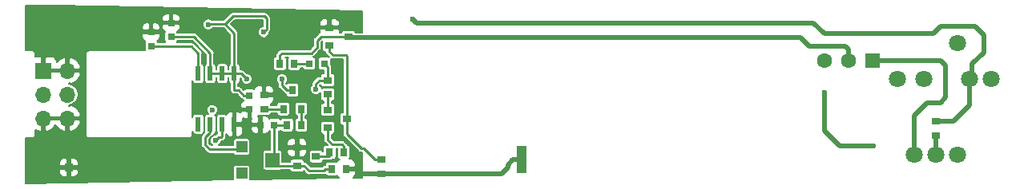
<source format=gbl>
G04 #@! TF.GenerationSoftware,KiCad,Pcbnew,5.0.0*
G04 #@! TF.CreationDate,2018-08-13T09:31:51+09:00*
G04 #@! TF.ProjectId,moids_infinity,6D6F6964735F696E66696E6974792E6B,rev?*
G04 #@! TF.SameCoordinates,Original*
G04 #@! TF.FileFunction,Copper,L2,Bot,Signal*
G04 #@! TF.FilePolarity,Positive*
%FSLAX46Y46*%
G04 Gerber Fmt 4.6, Leading zero omitted, Abs format (unit mm)*
G04 Created by KiCad (PCBNEW 5.0.0) date Mon Aug 13 09:31:51 2018*
%MOMM*%
%LPD*%
G01*
G04 APERTURE LIST*
G04 #@! TA.AperFunction,SMDPad,CuDef*
%ADD10R,0.800000X0.750000*%
G04 #@! TD*
G04 #@! TA.AperFunction,SMDPad,CuDef*
%ADD11R,0.750000X0.800000*%
G04 #@! TD*
G04 #@! TA.AperFunction,SMDPad,CuDef*
%ADD12R,0.800000X0.800000*%
G04 #@! TD*
G04 #@! TA.AperFunction,SMDPad,CuDef*
%ADD13R,0.800000X0.900000*%
G04 #@! TD*
G04 #@! TA.AperFunction,SMDPad,CuDef*
%ADD14R,0.900000X0.800000*%
G04 #@! TD*
G04 #@! TA.AperFunction,SMDPad,CuDef*
%ADD15R,1.500000X1.600000*%
G04 #@! TD*
G04 #@! TA.AperFunction,SMDPad,CuDef*
%ADD16R,1.200000X1.200000*%
G04 #@! TD*
G04 #@! TA.AperFunction,ComponentPad*
%ADD17C,1.800000*%
G04 #@! TD*
G04 #@! TA.AperFunction,SMDPad,CuDef*
%ADD18R,0.600000X1.550000*%
G04 #@! TD*
G04 #@! TA.AperFunction,ComponentPad*
%ADD19R,0.850000X0.850000*%
G04 #@! TD*
G04 #@! TA.AperFunction,SMDPad,CuDef*
%ADD20R,1.000000X3.000000*%
G04 #@! TD*
G04 #@! TA.AperFunction,ComponentPad*
%ADD21R,1.700000X1.700000*%
G04 #@! TD*
G04 #@! TA.AperFunction,ComponentPad*
%ADD22O,1.700000X1.700000*%
G04 #@! TD*
G04 #@! TA.AperFunction,ComponentPad*
%ADD23C,1.600000*%
G04 #@! TD*
G04 #@! TA.AperFunction,ComponentPad*
%ADD24R,1.520000X1.520000*%
G04 #@! TD*
G04 #@! TA.AperFunction,ViaPad*
%ADD25C,0.600000*%
G04 #@! TD*
G04 #@! TA.AperFunction,Conductor*
%ADD26C,0.500000*%
G04 #@! TD*
G04 #@! TA.AperFunction,Conductor*
%ADD27C,0.250000*%
G04 #@! TD*
G04 #@! TA.AperFunction,Conductor*
%ADD28C,0.200000*%
G04 #@! TD*
G04 APERTURE END LIST*
D10*
G04 #@! TO.P,C2,2*
G04 #@! TO.N,jacob_terminal_2*
X116870000Y-105000000D03*
G04 #@! TO.P,C2,1*
G04 #@! TO.N,Net-(C2-Pad1)*
X118370000Y-105000000D03*
G04 #@! TD*
D11*
G04 #@! TO.P,C11,2*
G04 #@! TO.N,jacob_terminal_2*
X115740000Y-103380000D03*
G04 #@! TO.P,C11,1*
G04 #@! TO.N,+5V*
X115740000Y-101880000D03*
G04 #@! TD*
G04 #@! TO.P,C12,2*
G04 #@! TO.N,Net-(C12-Pad2)*
X105340000Y-96620000D03*
G04 #@! TO.P,C12,1*
G04 #@! TO.N,jacob_terminal_2*
X105340000Y-95120000D03*
G04 #@! TD*
G04 #@! TO.P,C13,2*
G04 #@! TO.N,+5V*
X107450000Y-95660000D03*
G04 #@! TO.P,C13,1*
G04 #@! TO.N,jacob_terminal_2*
X107450000Y-94160000D03*
G04 #@! TD*
D12*
G04 #@! TO.P,D2,2*
G04 #@! TO.N,+5V*
X123650000Y-98500000D03*
G04 #@! TO.P,D2,1*
G04 #@! TO.N,Net-(D2-Pad1)*
X122050000Y-98500000D03*
G04 #@! TD*
D13*
G04 #@! TO.P,Q1,1*
G04 #@! TO.N,Net-(Q1-Pad1)*
X121220000Y-103310000D03*
G04 #@! TO.P,Q1,2*
G04 #@! TO.N,Net-(Q1-Pad2)*
X119320000Y-103310000D03*
G04 #@! TO.P,Q1,3*
G04 #@! TO.N,mute*
X120270000Y-101310000D03*
G04 #@! TD*
D14*
G04 #@! TO.P,Q2,1*
G04 #@! TO.N,Net-(C2-Pad1)*
X120770000Y-109320000D03*
G04 #@! TO.P,Q2,2*
G04 #@! TO.N,jacob_terminal_2*
X120770000Y-107420000D03*
G04 #@! TO.P,Q2,3*
G04 #@! TO.N,Net-(Q2-Pad3)*
X122770000Y-108370000D03*
G04 #@! TD*
G04 #@! TO.P,Q3,1*
G04 #@! TO.N,Net-(Q3-Pad1)*
X124010000Y-105310000D03*
G04 #@! TO.P,Q3,2*
G04 #@! TO.N,Net-(Q3-Pad2)*
X124010000Y-103410000D03*
G04 #@! TO.P,Q3,3*
G04 #@! TO.N,Net-(Q3-Pad3)*
X126010000Y-104360000D03*
G04 #@! TD*
G04 #@! TO.P,Q4,1*
G04 #@! TO.N,Net-(Q3-Pad3)*
X124180000Y-96580000D03*
G04 #@! TO.P,Q4,2*
G04 #@! TO.N,jacob_terminal_2*
X124180000Y-94680000D03*
G04 #@! TO.P,Q4,3*
G04 #@! TO.N,spark_gate*
X126180000Y-95630000D03*
G04 #@! TD*
D15*
G04 #@! TO.P,RV1,2*
G04 #@! TO.N,Net-(C2-Pad1)*
X118160000Y-108740000D03*
D16*
G04 #@! TO.P,RV1,3*
G04 #@! TO.N,timer_out*
X114910000Y-107340000D03*
G04 #@! TO.P,RV1,1*
G04 #@! TO.N,N/C*
X114910000Y-110140000D03*
G04 #@! TD*
D17*
G04 #@! TO.P,T1,8*
G04 #@! TO.N,N/C*
X190550000Y-96340000D03*
G04 #@! TO.P,T1,7*
G04 #@! TO.N,Net-(Q6-Pad3)*
X190550000Y-108140000D03*
G04 #@! TO.P,T1,6*
G04 #@! TO.N,Net-(R18-Pad1)*
X188250000Y-108140000D03*
G04 #@! TO.P,T1,5*
G04 #@! TO.N,Net-(Q6-Pad1)*
X185950000Y-108140000D03*
G04 #@! TO.P,T1,4*
G04 #@! TO.N,N/C*
X184200000Y-100140000D03*
G04 #@! TO.P,T1,3*
G04 #@! TO.N,transformer_out*
X187000000Y-100140000D03*
G04 #@! TO.P,T1,2*
G04 #@! TO.N,+5V*
X191800000Y-100140000D03*
G04 #@! TO.P,T1,1*
G04 #@! TO.N,N/C*
X194100000Y-100140000D03*
G04 #@! TD*
D18*
G04 #@! TO.P,U2,1*
G04 #@! TO.N,jacob_terminal_2*
X114135000Y-104950000D03*
G04 #@! TO.P,U2,2*
G04 #@! TO.N,Net-(Q5-Pad3)*
X112865000Y-104950000D03*
G04 #@! TO.P,U2,3*
G04 #@! TO.N,timer_out*
X111595000Y-104950000D03*
G04 #@! TO.P,U2,4*
G04 #@! TO.N,N/C*
X110325000Y-104950000D03*
G04 #@! TO.P,U2,5*
G04 #@! TO.N,Net-(C12-Pad2)*
X110325000Y-99550000D03*
G04 #@! TO.P,U2,6*
G04 #@! TO.N,+5V*
X111595000Y-99550000D03*
G04 #@! TO.P,U2,7*
X112865000Y-99550000D03*
G04 #@! TO.P,U2,8*
X114135000Y-99550000D03*
G04 #@! TD*
D19*
G04 #@! TO.P,TP1,1*
G04 #@! TO.N,jacob_terminal_2*
X96640000Y-109550000D03*
G04 #@! TD*
D20*
G04 #@! TO.P,JT2,1*
G04 #@! TO.N,jacob_terminal_2*
X144510000Y-108710000D03*
G04 #@! TD*
D21*
G04 #@! TO.P,J1,1*
G04 #@! TO.N,jacob_terminal_2*
X93960000Y-99250000D03*
D22*
G04 #@! TO.P,J1,2*
X96500000Y-99250000D03*
G04 #@! TO.P,J1,3*
G04 #@! TO.N,+5V*
X93960000Y-101790000D03*
G04 #@! TO.P,J1,4*
X96500000Y-101790000D03*
G04 #@! TO.P,J1,5*
G04 #@! TO.N,jacob_terminal_2*
X93960000Y-104330000D03*
G04 #@! TO.P,J1,6*
X96500000Y-104330000D03*
G04 #@! TD*
D23*
G04 #@! TO.P,Q6,2*
G04 #@! TO.N,spark_gate*
X179040000Y-98150000D03*
G04 #@! TO.P,Q6,3*
G04 #@! TO.N,Net-(Q6-Pad3)*
X176500000Y-98150000D03*
D24*
G04 #@! TO.P,Q6,1*
G04 #@! TO.N,Net-(Q6-Pad1)*
X181580000Y-98150000D03*
G04 #@! TD*
D14*
G04 #@! TO.P,R1,1*
G04 #@! TO.N,jacob_terminal_2*
X117280000Y-101810000D03*
G04 #@! TO.P,R1,2*
G04 #@! TO.N,Net-(Q1-Pad2)*
X117280000Y-103310000D03*
G04 #@! TD*
D13*
G04 #@! TO.P,R3,1*
G04 #@! TO.N,Net-(C2-Pad1)*
X119720000Y-105020000D03*
G04 #@! TO.P,R3,2*
G04 #@! TO.N,Net-(Q1-Pad1)*
X121220000Y-105020000D03*
G04 #@! TD*
G04 #@! TO.P,R6,1*
G04 #@! TO.N,Net-(Q2-Pad3)*
X124200000Y-107930000D03*
G04 #@! TO.P,R6,2*
G04 #@! TO.N,Net-(Q3-Pad1)*
X125700000Y-107930000D03*
G04 #@! TD*
D14*
G04 #@! TO.P,R8,1*
G04 #@! TO.N,Net-(Q3-Pad2)*
X123990000Y-101760000D03*
G04 #@! TO.P,R8,2*
G04 #@! TO.N,+5V*
X123990000Y-100260000D03*
G04 #@! TD*
G04 #@! TO.P,R9,1*
G04 #@! TO.N,jacob_terminal_2*
X129680000Y-110200000D03*
G04 #@! TO.P,R9,2*
G04 #@! TO.N,Net-(Q3-Pad3)*
X129680000Y-108700000D03*
G04 #@! TD*
D13*
G04 #@! TO.P,R14,1*
G04 #@! TO.N,spark_gate*
X118960000Y-98500000D03*
G04 #@! TO.P,R14,2*
G04 #@! TO.N,Net-(D2-Pad1)*
X120460000Y-98500000D03*
G04 #@! TD*
D14*
G04 #@! TO.P,R18,1*
G04 #@! TO.N,Net-(R18-Pad1)*
X188270000Y-106150000D03*
G04 #@! TO.P,R18,2*
G04 #@! TO.N,+5V*
X188270000Y-104650000D03*
G04 #@! TD*
D13*
G04 #@! TO.P,R19,1*
G04 #@! TO.N,Net-(C2-Pad1)*
X124420000Y-109680000D03*
G04 #@! TO.P,R19,2*
G04 #@! TO.N,jacob_terminal_2*
X125920000Y-109680000D03*
G04 #@! TD*
D25*
G04 #@! TO.N,+5V*
X132990000Y-93790000D03*
X122770000Y-101220000D03*
X117240000Y-95170000D03*
X111390000Y-94330000D03*
X111790000Y-103420000D03*
X115440000Y-100130000D03*
G04 #@! TO.N,mute*
X119170000Y-100170000D03*
G04 #@! TO.N,Net-(C14-Pad1)*
X176500000Y-101590000D03*
X181700000Y-107220000D03*
G04 #@! TO.N,Net-(Q5-Pad3)*
X112140000Y-106680000D03*
G04 #@! TO.N,jacob_terminal_2*
X105550000Y-93520000D03*
X117290000Y-100490000D03*
X116730000Y-106960000D03*
X112660000Y-101610000D03*
X127390000Y-110190000D03*
G04 #@! TD*
D26*
G04 #@! TO.N,+5V*
X185850000Y-95330000D02*
X188030000Y-95330000D01*
X132990000Y-93790000D02*
X133390000Y-94190000D01*
X133390000Y-94190000D02*
X175350000Y-94190000D01*
X175350000Y-94190000D02*
X176490000Y-95330000D01*
X176490000Y-95330000D02*
X185850000Y-95330000D01*
X192110000Y-98530000D02*
X192110000Y-99830000D01*
X193340000Y-97300000D02*
X192110000Y-98530000D01*
X193340000Y-95480000D02*
X193340000Y-97300000D01*
X192430000Y-94570000D02*
X193340000Y-95480000D01*
X188790000Y-94570000D02*
X192430000Y-94570000D01*
X188030000Y-95330000D02*
X188790000Y-94570000D01*
X192110000Y-99830000D02*
X191800000Y-100140000D01*
X188270000Y-104650000D02*
X190110000Y-104650000D01*
X191800000Y-102960000D02*
X191800000Y-100140000D01*
X190110000Y-104650000D02*
X191800000Y-102960000D01*
D27*
X114135000Y-99550000D02*
X114135000Y-95325000D01*
X114135000Y-95325000D02*
X113130000Y-94320000D01*
X114135000Y-101335000D02*
X114135000Y-99550000D01*
X111595000Y-99550000D02*
X111595000Y-97395000D01*
X109860000Y-95660000D02*
X107450000Y-95660000D01*
X111595000Y-97395000D02*
X109860000Y-95660000D01*
X114135000Y-99550000D02*
X112865000Y-99550000D01*
X107510000Y-95720000D02*
X107450000Y-95660000D01*
X123990000Y-100260000D02*
X123990000Y-98840000D01*
X123990000Y-98840000D02*
X123650000Y-98500000D01*
X123120000Y-100260000D02*
X122770000Y-100610000D01*
X122770000Y-100610000D02*
X122770000Y-101220000D01*
X123120000Y-100260000D02*
X123990000Y-100260000D01*
X117240000Y-95170000D02*
X117530000Y-94880000D01*
X117530000Y-94880000D02*
X117530000Y-93670000D01*
X117530000Y-93670000D02*
X117330000Y-93470000D01*
X117330000Y-93470000D02*
X113980000Y-93470000D01*
X113980000Y-93470000D02*
X113130000Y-94320000D01*
X113130000Y-94320000D02*
X111400000Y-94320000D01*
X111400000Y-94320000D02*
X111390000Y-94330000D01*
X111860000Y-103490000D02*
X111790000Y-103420000D01*
X114135000Y-99550000D02*
X114870000Y-99560000D01*
X114870000Y-99560000D02*
X115440000Y-100130000D01*
X112900000Y-99515000D02*
X112865000Y-99550000D01*
X112865000Y-99550000D02*
X111595000Y-99550000D01*
X114570000Y-101335000D02*
X114135000Y-101335000D01*
X115115000Y-101880000D02*
X114570000Y-101335000D01*
X115740000Y-101880000D02*
X115115000Y-101880000D01*
G04 #@! TO.N,Net-(C2-Pad1)*
X120770000Y-109320000D02*
X118740000Y-109320000D01*
X118740000Y-109320000D02*
X118160000Y-108740000D01*
X118370000Y-105000000D02*
X118370000Y-108530000D01*
X118370000Y-108530000D02*
X118160000Y-108740000D01*
X119720000Y-105020000D02*
X118390000Y-105020000D01*
X118390000Y-105020000D02*
X118370000Y-105000000D01*
X119670000Y-104970000D02*
X119720000Y-105020000D01*
X120760000Y-109330000D02*
X120770000Y-109320000D01*
X118740000Y-109320000D02*
X118160000Y-108740000D01*
X122050000Y-109900000D02*
X121470000Y-109320000D01*
X121470000Y-109320000D02*
X120770000Y-109320000D01*
X123550000Y-109900000D02*
X122050000Y-109900000D01*
X123770000Y-109680000D02*
X123550000Y-109900000D01*
X124420000Y-109680000D02*
X123770000Y-109680000D01*
G04 #@! TO.N,mute*
X120270000Y-101310000D02*
X119680000Y-101310000D01*
X119170000Y-100800000D02*
X119170000Y-100170000D01*
X119680000Y-101310000D02*
X119170000Y-100800000D01*
G04 #@! TO.N,Net-(C12-Pad2)*
X110325000Y-98475000D02*
X110325000Y-97415000D01*
X105390000Y-96670000D02*
X108520000Y-96670000D01*
X110325000Y-98475000D02*
X110325000Y-99550000D01*
X108540000Y-96690000D02*
X108520000Y-96670000D01*
X109600000Y-96690000D02*
X108540000Y-96690000D01*
X110325000Y-97415000D02*
X109600000Y-96690000D01*
X105390000Y-96670000D02*
X105340000Y-96620000D01*
X105375000Y-96655000D02*
X105340000Y-96620000D01*
D26*
G04 #@! TO.N,Net-(C14-Pad1)*
X176500000Y-102100000D02*
X176500000Y-101590000D01*
X176500000Y-102100000D02*
X176500000Y-105590000D01*
X176500000Y-105590000D02*
X178130000Y-107220000D01*
X178130000Y-107220000D02*
X181700000Y-107220000D01*
D27*
G04 #@! TO.N,Net-(D2-Pad1)*
X122050000Y-98500000D02*
X120460000Y-98500000D01*
X122030000Y-98480000D02*
X122050000Y-98500000D01*
G04 #@! TO.N,Net-(Q1-Pad1)*
X121220000Y-105020000D02*
X121220000Y-103310000D01*
G04 #@! TO.N,Net-(Q1-Pad2)*
X119320000Y-103310000D02*
X117280000Y-103310000D01*
X119310000Y-103320000D02*
X119320000Y-103310000D01*
X117250000Y-103280000D02*
X117280000Y-103310000D01*
G04 #@! TO.N,Net-(Q3-Pad1)*
X124010000Y-105310000D02*
X124010000Y-106610000D01*
X125500000Y-107090000D02*
X125700000Y-107290000D01*
X124490000Y-107090000D02*
X125500000Y-107090000D01*
X124010000Y-106610000D02*
X124490000Y-107090000D01*
X125700000Y-107290000D02*
X125700000Y-107930000D01*
G04 #@! TO.N,Net-(Q3-Pad2)*
X123990000Y-101760000D02*
X123990000Y-103390000D01*
X123990000Y-103390000D02*
X124010000Y-103410000D01*
X123990000Y-103430000D02*
X124010000Y-103410000D01*
G04 #@! TO.N,Net-(Q3-Pad3)*
X124180000Y-96580000D02*
X124180000Y-97240000D01*
X126010000Y-97660000D02*
X126010000Y-104360000D01*
X125970000Y-97620000D02*
X126010000Y-97660000D01*
X124560000Y-97620000D02*
X125970000Y-97620000D01*
X124180000Y-97240000D02*
X124560000Y-97620000D01*
X126010000Y-105970000D02*
X126010000Y-104360000D01*
X127530000Y-107490000D02*
X126010000Y-105970000D01*
X127770000Y-107490000D02*
X127530000Y-107490000D01*
X129680000Y-108700000D02*
X128980000Y-108700000D01*
X128980000Y-108700000D02*
X127770000Y-107490000D01*
G04 #@! TO.N,Net-(Q5-Pad3)*
X112490000Y-106330000D02*
X112780000Y-106330000D01*
X112865000Y-106245000D02*
X112865000Y-104950000D01*
X112780000Y-106330000D02*
X112865000Y-106245000D01*
X112140000Y-106680000D02*
X112490000Y-106330000D01*
X112490000Y-106330000D02*
X112505000Y-106315000D01*
D26*
G04 #@! TO.N,Net-(Q6-Pad1)*
X185950000Y-104040000D02*
X187340000Y-102650000D01*
X187340000Y-102650000D02*
X188730000Y-102650000D01*
X188790000Y-98150000D02*
X181580000Y-98150000D01*
X189290000Y-102090000D02*
X189290000Y-98650000D01*
X185950000Y-108140000D02*
X185950000Y-104040000D01*
X188730000Y-102650000D02*
X189290000Y-102090000D01*
X189290000Y-98650000D02*
X188790000Y-98150000D01*
D27*
G04 #@! TO.N,timer_out*
X111595000Y-104950000D02*
X111595000Y-105775000D01*
X111550000Y-107620000D02*
X114630000Y-107620000D01*
X111050000Y-107120000D02*
X111550000Y-107620000D01*
X111050000Y-106320000D02*
X111050000Y-107120000D01*
X111595000Y-105775000D02*
X111050000Y-106320000D01*
X114630000Y-107620000D02*
X114910000Y-107340000D01*
X111510000Y-105035000D02*
X111595000Y-104950000D01*
D26*
G04 #@! TO.N,jacob_terminal_2*
X142150000Y-110200000D02*
X142360000Y-110200000D01*
X143580000Y-108710000D02*
X144510000Y-108710000D01*
X143010000Y-109280000D02*
X143580000Y-108710000D01*
X143010000Y-109550000D02*
X143010000Y-109280000D01*
X142360000Y-110200000D02*
X143010000Y-109550000D01*
X142210000Y-110200000D02*
X142150000Y-110200000D01*
X142150000Y-110200000D02*
X127250000Y-110200000D01*
D27*
X117280000Y-100500000D02*
X117280000Y-101810000D01*
X117290000Y-100490000D02*
X117280000Y-100500000D01*
X115370000Y-104990000D02*
X114165000Y-104980000D01*
X114165000Y-104980000D02*
X114135000Y-104950000D01*
X126880000Y-109680000D02*
X127390000Y-110190000D01*
X125920000Y-109680000D02*
X126880000Y-109680000D01*
G04 #@! TO.N,spark_gate*
X118960000Y-98500000D02*
X118960000Y-97620000D01*
X123300000Y-95630000D02*
X126180000Y-95630000D01*
X122900000Y-96030000D02*
X123300000Y-95630000D01*
X122900000Y-96780000D02*
X122900000Y-96030000D01*
X122290000Y-97390000D02*
X122900000Y-96780000D01*
X119190000Y-97390000D02*
X122290000Y-97390000D01*
X118960000Y-97620000D02*
X119190000Y-97390000D01*
D26*
X173930000Y-95730000D02*
X126280000Y-95730000D01*
X126280000Y-95730000D02*
X126180000Y-95630000D01*
X174870000Y-96670000D02*
X173930000Y-95730000D01*
X178691370Y-96670000D02*
X174870000Y-96670000D01*
X179040000Y-97018630D02*
X178691370Y-96670000D01*
X179040000Y-98150000D02*
X179040000Y-97018630D01*
G04 #@! TO.N,Net-(R18-Pad1)*
X188270000Y-106150000D02*
X188270000Y-108120000D01*
X188270000Y-108120000D02*
X188250000Y-108140000D01*
X188290000Y-108100000D02*
X188250000Y-108140000D01*
D27*
G04 #@! TO.N,Net-(Q2-Pad3)*
X124200000Y-108350000D02*
X122790000Y-108350000D01*
X122790000Y-108350000D02*
X122770000Y-108370000D01*
G04 #@! TD*
D28*
G04 #@! TO.N,jacob_terminal_2*
G36*
X127650000Y-92906562D02*
X127650000Y-95180000D01*
X126925931Y-95180000D01*
X126912593Y-95112946D01*
X126846288Y-95013712D01*
X126747054Y-94947407D01*
X126630000Y-94924123D01*
X125730000Y-94924123D01*
X125612946Y-94947407D01*
X125513712Y-95013712D01*
X125447407Y-95112946D01*
X125429096Y-95205000D01*
X125236317Y-95205000D01*
X125238000Y-95200938D01*
X125238000Y-94986000D01*
X125086000Y-94834000D01*
X124334000Y-94834000D01*
X124334000Y-94854000D01*
X124026000Y-94854000D01*
X124026000Y-94834000D01*
X123274000Y-94834000D01*
X123122000Y-94986000D01*
X123122000Y-95200938D01*
X123133956Y-95229804D01*
X122993592Y-95323592D01*
X122969881Y-95359078D01*
X122629078Y-95699881D01*
X122593593Y-95723592D01*
X122569882Y-95759078D01*
X122499659Y-95864174D01*
X122466674Y-96030000D01*
X122475001Y-96071862D01*
X122475000Y-96603959D01*
X122113960Y-96965000D01*
X119231857Y-96965000D01*
X119189999Y-96956674D01*
X119047002Y-96985118D01*
X119024173Y-96989659D01*
X118883592Y-97083592D01*
X118859879Y-97119081D01*
X118689079Y-97289881D01*
X118653593Y-97313592D01*
X118629883Y-97349077D01*
X118629882Y-97349078D01*
X118559659Y-97454174D01*
X118526674Y-97620000D01*
X118535001Y-97661862D01*
X118535001Y-97749096D01*
X118442946Y-97767407D01*
X118343712Y-97833712D01*
X118277407Y-97932946D01*
X118254123Y-98050000D01*
X118254123Y-98950000D01*
X118277407Y-99067054D01*
X118343712Y-99166288D01*
X118442946Y-99232593D01*
X118560000Y-99255877D01*
X119360000Y-99255877D01*
X119477054Y-99232593D01*
X119576288Y-99166288D01*
X119642593Y-99067054D01*
X119665877Y-98950000D01*
X119665877Y-98050000D01*
X119642593Y-97932946D01*
X119576288Y-97833712D01*
X119548283Y-97815000D01*
X119871717Y-97815000D01*
X119843712Y-97833712D01*
X119777407Y-97932946D01*
X119754123Y-98050000D01*
X119754123Y-98950000D01*
X119777407Y-99067054D01*
X119843712Y-99166288D01*
X119942946Y-99232593D01*
X120060000Y-99255877D01*
X120860000Y-99255877D01*
X120977054Y-99232593D01*
X121076288Y-99166288D01*
X121142593Y-99067054D01*
X121165877Y-98950000D01*
X121165877Y-98925000D01*
X121349096Y-98925000D01*
X121367407Y-99017054D01*
X121433712Y-99116288D01*
X121532946Y-99182593D01*
X121650000Y-99205877D01*
X122450000Y-99205877D01*
X122567054Y-99182593D01*
X122666288Y-99116288D01*
X122732593Y-99017054D01*
X122755877Y-98900000D01*
X122755877Y-98100000D01*
X122732593Y-97982946D01*
X122666288Y-97883712D01*
X122567054Y-97817407D01*
X122450000Y-97794123D01*
X122436814Y-97794123D01*
X122455827Y-97790341D01*
X122596408Y-97696408D01*
X122620121Y-97660919D01*
X123170922Y-97110118D01*
X123206408Y-97086408D01*
X123300341Y-96945827D01*
X123301317Y-96940922D01*
X123333326Y-96780001D01*
X123325000Y-96738143D01*
X123325000Y-96206040D01*
X123442270Y-96088771D01*
X123424123Y-96180000D01*
X123424123Y-96980000D01*
X123447407Y-97097054D01*
X123513712Y-97196288D01*
X123612946Y-97262593D01*
X123730000Y-97285877D01*
X123755800Y-97285877D01*
X123779659Y-97405826D01*
X123816262Y-97460606D01*
X123873593Y-97546408D01*
X123909078Y-97570119D01*
X124153712Y-97814753D01*
X124050000Y-97794123D01*
X123250000Y-97794123D01*
X123132946Y-97817407D01*
X123033712Y-97883712D01*
X122967407Y-97982946D01*
X122944123Y-98100000D01*
X122944123Y-98900000D01*
X122967407Y-99017054D01*
X123033712Y-99116288D01*
X123132946Y-99182593D01*
X123250000Y-99205877D01*
X123565001Y-99205877D01*
X123565000Y-99554123D01*
X123540000Y-99554123D01*
X123422946Y-99577407D01*
X123323712Y-99643712D01*
X123257407Y-99742946D01*
X123239096Y-99835000D01*
X123161857Y-99835000D01*
X123120000Y-99826674D01*
X123078142Y-99835000D01*
X122954173Y-99859659D01*
X122813592Y-99953592D01*
X122789881Y-99989078D01*
X122499080Y-100279879D01*
X122463592Y-100303592D01*
X122399403Y-100399659D01*
X122369659Y-100444174D01*
X122336674Y-100610000D01*
X122345000Y-100651858D01*
X122345000Y-100796471D01*
X122261344Y-100880127D01*
X122170000Y-101100653D01*
X122170000Y-101339347D01*
X122261344Y-101559873D01*
X122430127Y-101728656D01*
X122650653Y-101820000D01*
X122889347Y-101820000D01*
X123109873Y-101728656D01*
X123234123Y-101604406D01*
X123234123Y-102160000D01*
X123257407Y-102277054D01*
X123323712Y-102376288D01*
X123422946Y-102442593D01*
X123540000Y-102465877D01*
X123565000Y-102465877D01*
X123565001Y-102704123D01*
X123560000Y-102704123D01*
X123442946Y-102727407D01*
X123343712Y-102793712D01*
X123277407Y-102892946D01*
X123254123Y-103010000D01*
X123254123Y-103810000D01*
X123277407Y-103927054D01*
X123343712Y-104026288D01*
X123442946Y-104092593D01*
X123560000Y-104115877D01*
X124460000Y-104115877D01*
X124577054Y-104092593D01*
X124676288Y-104026288D01*
X124742593Y-103927054D01*
X124765877Y-103810000D01*
X124765877Y-103010000D01*
X124742593Y-102892946D01*
X124676288Y-102793712D01*
X124577054Y-102727407D01*
X124460000Y-102704123D01*
X124415000Y-102704123D01*
X124415000Y-102465877D01*
X124440000Y-102465877D01*
X124557054Y-102442593D01*
X124656288Y-102376288D01*
X124722593Y-102277054D01*
X124745877Y-102160000D01*
X124745877Y-101360000D01*
X124722593Y-101242946D01*
X124656288Y-101143712D01*
X124557054Y-101077407D01*
X124440000Y-101054123D01*
X123540000Y-101054123D01*
X123422946Y-101077407D01*
X123370000Y-101112784D01*
X123370000Y-101100653D01*
X123278656Y-100880127D01*
X123195000Y-100796471D01*
X123195000Y-100786040D01*
X123248544Y-100732497D01*
X123257407Y-100777054D01*
X123323712Y-100876288D01*
X123422946Y-100942593D01*
X123540000Y-100965877D01*
X124440000Y-100965877D01*
X124557054Y-100942593D01*
X124656288Y-100876288D01*
X124722593Y-100777054D01*
X124745877Y-100660000D01*
X124745877Y-99860000D01*
X124722593Y-99742946D01*
X124656288Y-99643712D01*
X124557054Y-99577407D01*
X124440000Y-99554123D01*
X124415000Y-99554123D01*
X124415000Y-98881857D01*
X124423326Y-98840000D01*
X124390341Y-98674173D01*
X124368059Y-98640826D01*
X124355877Y-98622594D01*
X124355877Y-98100000D01*
X124332593Y-97982946D01*
X124328065Y-97976169D01*
X124348941Y-97990118D01*
X124394173Y-98020341D01*
X124559999Y-98053326D01*
X124601857Y-98045000D01*
X125585000Y-98045000D01*
X125585001Y-103654123D01*
X125560000Y-103654123D01*
X125442946Y-103677407D01*
X125343712Y-103743712D01*
X125277407Y-103842946D01*
X125254123Y-103960000D01*
X125254123Y-104760000D01*
X125277407Y-104877054D01*
X125343712Y-104976288D01*
X125442946Y-105042593D01*
X125560000Y-105065877D01*
X125585001Y-105065877D01*
X125585000Y-105928142D01*
X125576674Y-105970000D01*
X125598835Y-106081408D01*
X125609659Y-106135826D01*
X125703592Y-106276408D01*
X125739081Y-106300121D01*
X127199881Y-107760922D01*
X127223592Y-107796408D01*
X127364173Y-107890341D01*
X127470346Y-107911460D01*
X127530000Y-107923326D01*
X127571857Y-107915000D01*
X127593960Y-107915000D01*
X127650000Y-107971040D01*
X127650000Y-110593276D01*
X126699464Y-110610378D01*
X126835438Y-110474404D01*
X126928000Y-110250938D01*
X126928000Y-109986000D01*
X126776000Y-109834000D01*
X126074000Y-109834000D01*
X126074000Y-109854000D01*
X125766000Y-109854000D01*
X125766000Y-109834000D01*
X125746000Y-109834000D01*
X125746000Y-109526000D01*
X125766000Y-109526000D01*
X125766000Y-109506000D01*
X126074000Y-109506000D01*
X126074000Y-109526000D01*
X126776000Y-109526000D01*
X126928000Y-109374000D01*
X126928000Y-109109062D01*
X126835438Y-108885596D01*
X126664405Y-108714563D01*
X126440939Y-108622000D01*
X126277807Y-108622000D01*
X126316288Y-108596288D01*
X126382593Y-108497054D01*
X126405877Y-108380000D01*
X126405877Y-107480000D01*
X126382593Y-107362946D01*
X126316288Y-107263712D01*
X126217054Y-107197407D01*
X126110700Y-107176251D01*
X126100341Y-107124173D01*
X126079377Y-107092798D01*
X126006408Y-106983592D01*
X125970920Y-106959880D01*
X125830121Y-106819081D01*
X125806408Y-106783592D01*
X125665827Y-106689659D01*
X125541858Y-106665000D01*
X125541857Y-106665000D01*
X125500000Y-106656674D01*
X125458143Y-106665000D01*
X124666040Y-106665000D01*
X124435000Y-106433960D01*
X124435000Y-106015877D01*
X124460000Y-106015877D01*
X124577054Y-105992593D01*
X124676288Y-105926288D01*
X124742593Y-105827054D01*
X124765877Y-105710000D01*
X124765877Y-104910000D01*
X124742593Y-104792946D01*
X124676288Y-104693712D01*
X124577054Y-104627407D01*
X124460000Y-104604123D01*
X123560000Y-104604123D01*
X123442946Y-104627407D01*
X123343712Y-104693712D01*
X123277407Y-104792946D01*
X123254123Y-104910000D01*
X123254123Y-105710000D01*
X123277407Y-105827054D01*
X123343712Y-105926288D01*
X123442946Y-105992593D01*
X123560000Y-106015877D01*
X123585001Y-106015877D01*
X123585001Y-106568138D01*
X123576674Y-106610000D01*
X123609659Y-106775826D01*
X123676601Y-106876011D01*
X123703593Y-106916408D01*
X123739079Y-106940119D01*
X123973083Y-107174123D01*
X123800000Y-107174123D01*
X123682946Y-107197407D01*
X123583712Y-107263712D01*
X123517407Y-107362946D01*
X123494123Y-107480000D01*
X123494123Y-107840270D01*
X123436288Y-107753712D01*
X123337054Y-107687407D01*
X123220000Y-107664123D01*
X122320000Y-107664123D01*
X122202946Y-107687407D01*
X122103712Y-107753712D01*
X122037407Y-107852946D01*
X122014123Y-107970000D01*
X122014123Y-108770000D01*
X122037407Y-108887054D01*
X122103712Y-108986288D01*
X122202946Y-109052593D01*
X122320000Y-109075877D01*
X123220000Y-109075877D01*
X123337054Y-109052593D01*
X123436288Y-108986288D01*
X123502593Y-108887054D01*
X123524882Y-108775000D01*
X124241858Y-108775000D01*
X124365827Y-108750341D01*
X124462304Y-108685877D01*
X124600000Y-108685877D01*
X124717054Y-108662593D01*
X124816288Y-108596288D01*
X124882593Y-108497054D01*
X124905877Y-108380000D01*
X124905877Y-107515000D01*
X124994123Y-107515000D01*
X124994123Y-108380000D01*
X125017407Y-108497054D01*
X125083712Y-108596288D01*
X125182946Y-108662593D01*
X125262741Y-108678466D01*
X125175595Y-108714563D01*
X125004562Y-108885596D01*
X124969875Y-108969337D01*
X124937054Y-108947407D01*
X124820000Y-108924123D01*
X124020000Y-108924123D01*
X123902946Y-108947407D01*
X123803712Y-109013712D01*
X123737407Y-109112946D01*
X123714123Y-109230000D01*
X123714123Y-109257789D01*
X123604173Y-109279659D01*
X123463592Y-109373592D01*
X123439879Y-109409081D01*
X123373960Y-109475000D01*
X122226041Y-109475000D01*
X121800121Y-109049081D01*
X121776408Y-109013592D01*
X121635827Y-108919659D01*
X121521277Y-108896874D01*
X121502593Y-108802946D01*
X121436288Y-108703712D01*
X121337054Y-108637407D01*
X121220000Y-108614123D01*
X120320000Y-108614123D01*
X120202946Y-108637407D01*
X120103712Y-108703712D01*
X120037407Y-108802946D01*
X120019096Y-108895000D01*
X119215877Y-108895000D01*
X119215877Y-107940000D01*
X119192593Y-107822946D01*
X119127817Y-107726000D01*
X119712000Y-107726000D01*
X119712000Y-107940938D01*
X119804562Y-108164404D01*
X119975595Y-108335437D01*
X120199061Y-108428000D01*
X120464000Y-108428000D01*
X120616000Y-108276000D01*
X120616000Y-107574000D01*
X120924000Y-107574000D01*
X120924000Y-108276000D01*
X121076000Y-108428000D01*
X121340939Y-108428000D01*
X121564405Y-108335437D01*
X121735438Y-108164404D01*
X121828000Y-107940938D01*
X121828000Y-107726000D01*
X121676000Y-107574000D01*
X120924000Y-107574000D01*
X120616000Y-107574000D01*
X119864000Y-107574000D01*
X119712000Y-107726000D01*
X119127817Y-107726000D01*
X119126288Y-107723712D01*
X119027054Y-107657407D01*
X118910000Y-107634123D01*
X118795000Y-107634123D01*
X118795000Y-106899062D01*
X119712000Y-106899062D01*
X119712000Y-107114000D01*
X119864000Y-107266000D01*
X120616000Y-107266000D01*
X120616000Y-106564000D01*
X120924000Y-106564000D01*
X120924000Y-107266000D01*
X121676000Y-107266000D01*
X121828000Y-107114000D01*
X121828000Y-106899062D01*
X121735438Y-106675596D01*
X121564405Y-106504563D01*
X121340939Y-106412000D01*
X121076000Y-106412000D01*
X120924000Y-106564000D01*
X120616000Y-106564000D01*
X120464000Y-106412000D01*
X120199061Y-106412000D01*
X119975595Y-106504563D01*
X119804562Y-106675596D01*
X119712000Y-106899062D01*
X118795000Y-106899062D01*
X118795000Y-105675904D01*
X118887054Y-105657593D01*
X118986288Y-105591288D01*
X119026329Y-105531362D01*
X119037407Y-105587054D01*
X119103712Y-105686288D01*
X119202946Y-105752593D01*
X119320000Y-105775877D01*
X120120000Y-105775877D01*
X120237054Y-105752593D01*
X120336288Y-105686288D01*
X120402593Y-105587054D01*
X120425877Y-105470000D01*
X120425877Y-104570000D01*
X120402593Y-104452946D01*
X120336288Y-104353712D01*
X120237054Y-104287407D01*
X120120000Y-104264123D01*
X119320000Y-104264123D01*
X119202946Y-104287407D01*
X119103712Y-104353712D01*
X119037407Y-104452946D01*
X119032460Y-104477815D01*
X118986288Y-104408712D01*
X118887054Y-104342407D01*
X118770000Y-104319123D01*
X117970000Y-104319123D01*
X117852946Y-104342407D01*
X117820125Y-104364337D01*
X117785438Y-104280596D01*
X117614405Y-104109563D01*
X117390939Y-104017000D01*
X117176000Y-104017000D01*
X117024000Y-104169000D01*
X117024000Y-104846000D01*
X117044000Y-104846000D01*
X117044000Y-105154000D01*
X117024000Y-105154000D01*
X117024000Y-105831000D01*
X117176000Y-105983000D01*
X117390939Y-105983000D01*
X117614405Y-105890437D01*
X117785438Y-105719404D01*
X117820125Y-105635663D01*
X117852946Y-105657593D01*
X117945000Y-105675904D01*
X117945001Y-107634123D01*
X117410000Y-107634123D01*
X117292946Y-107657407D01*
X117193712Y-107723712D01*
X117127407Y-107822946D01*
X117104123Y-107940000D01*
X117104123Y-109540000D01*
X117127407Y-109657054D01*
X117193712Y-109756288D01*
X117292946Y-109822593D01*
X117410000Y-109845877D01*
X118910000Y-109845877D01*
X119027054Y-109822593D01*
X119126288Y-109756288D01*
X119133830Y-109745000D01*
X120019096Y-109745000D01*
X120037407Y-109837054D01*
X120103712Y-109936288D01*
X120202946Y-110002593D01*
X120320000Y-110025877D01*
X121220000Y-110025877D01*
X121337054Y-110002593D01*
X121436288Y-109936288D01*
X121455898Y-109906939D01*
X121719881Y-110170922D01*
X121743592Y-110206408D01*
X121810236Y-110250938D01*
X121884173Y-110300341D01*
X122050000Y-110333326D01*
X122091857Y-110325000D01*
X123508143Y-110325000D01*
X123550000Y-110333326D01*
X123591857Y-110325000D01*
X123591858Y-110325000D01*
X123715827Y-110300341D01*
X123755361Y-110273925D01*
X123803712Y-110346288D01*
X123902946Y-110412593D01*
X124020000Y-110435877D01*
X124820000Y-110435877D01*
X124937054Y-110412593D01*
X124969875Y-110390663D01*
X125004562Y-110474404D01*
X125168088Y-110637930D01*
X115802663Y-110806432D01*
X115815877Y-110740000D01*
X115815877Y-109540000D01*
X115792593Y-109422946D01*
X115726288Y-109323712D01*
X115627054Y-109257407D01*
X115510000Y-109234123D01*
X114310000Y-109234123D01*
X114192946Y-109257407D01*
X114093712Y-109323712D01*
X114027407Y-109422946D01*
X114004123Y-109540000D01*
X114004123Y-110740000D01*
X114023704Y-110838439D01*
X92050000Y-111233789D01*
X92050000Y-109856000D01*
X95607000Y-109856000D01*
X95607000Y-110095938D01*
X95699562Y-110319404D01*
X95870595Y-110490437D01*
X96094061Y-110583000D01*
X96334000Y-110583000D01*
X96486000Y-110431000D01*
X96486000Y-109704000D01*
X96794000Y-109704000D01*
X96794000Y-110431000D01*
X96946000Y-110583000D01*
X97185939Y-110583000D01*
X97409405Y-110490437D01*
X97580438Y-110319404D01*
X97673000Y-110095938D01*
X97673000Y-109856000D01*
X97521000Y-109704000D01*
X96794000Y-109704000D01*
X96486000Y-109704000D01*
X95759000Y-109704000D01*
X95607000Y-109856000D01*
X92050000Y-109856000D01*
X92050000Y-109004062D01*
X95607000Y-109004062D01*
X95607000Y-109244000D01*
X95759000Y-109396000D01*
X96486000Y-109396000D01*
X96486000Y-108669000D01*
X96794000Y-108669000D01*
X96794000Y-109396000D01*
X97521000Y-109396000D01*
X97673000Y-109244000D01*
X97673000Y-109004062D01*
X97580438Y-108780596D01*
X97409405Y-108609563D01*
X97185939Y-108517000D01*
X96946000Y-108517000D01*
X96794000Y-108669000D01*
X96486000Y-108669000D01*
X96334000Y-108517000D01*
X96094061Y-108517000D01*
X95870595Y-108609563D01*
X95699562Y-108780596D01*
X95607000Y-109004062D01*
X92050000Y-109004062D01*
X92050000Y-106400706D01*
X92701049Y-106400040D01*
X92740242Y-106407836D01*
X92779841Y-106399959D01*
X92780045Y-106399959D01*
X92818106Y-106392348D01*
X92896314Y-106376791D01*
X92896491Y-106376673D01*
X92896699Y-106376631D01*
X92962256Y-106332731D01*
X93028626Y-106288384D01*
X93028745Y-106288206D01*
X93028921Y-106288088D01*
X93072676Y-106222458D01*
X93117033Y-106156072D01*
X93117075Y-106155862D01*
X93117192Y-106155686D01*
X93132469Y-106078473D01*
X93140242Y-106039394D01*
X93140242Y-106039184D01*
X93148077Y-105999583D01*
X93140242Y-105960403D01*
X93140242Y-105519910D01*
X93581089Y-105737915D01*
X93806000Y-105627856D01*
X93806000Y-104484000D01*
X94114000Y-104484000D01*
X94114000Y-105627856D01*
X94338911Y-105737915D01*
X94848854Y-105485741D01*
X95223477Y-105057616D01*
X95230000Y-105041867D01*
X95236523Y-105057616D01*
X95611146Y-105485741D01*
X96121089Y-105737915D01*
X96346000Y-105627856D01*
X96346000Y-104484000D01*
X96654000Y-104484000D01*
X96654000Y-105627856D01*
X96878911Y-105737915D01*
X97388854Y-105485741D01*
X97763477Y-105057616D01*
X97907903Y-104708910D01*
X97796889Y-104484000D01*
X96654000Y-104484000D01*
X96346000Y-104484000D01*
X94114000Y-104484000D01*
X93806000Y-104484000D01*
X93786000Y-104484000D01*
X93786000Y-104176000D01*
X93806000Y-104176000D01*
X93806000Y-104156000D01*
X94114000Y-104156000D01*
X94114000Y-104176000D01*
X96346000Y-104176000D01*
X96346000Y-104156000D01*
X96654000Y-104156000D01*
X96654000Y-104176000D01*
X97796889Y-104176000D01*
X97907903Y-103951090D01*
X97763477Y-103602384D01*
X97388854Y-103174259D01*
X96878911Y-102922085D01*
X96654002Y-103032143D01*
X96654002Y-102931896D01*
X96948707Y-102873276D01*
X97329103Y-102619103D01*
X97583276Y-102238707D01*
X97672529Y-101790000D01*
X97583276Y-101341293D01*
X97329103Y-100960897D01*
X96948707Y-100706724D01*
X96654002Y-100648104D01*
X96654002Y-100547857D01*
X96878911Y-100657915D01*
X97388854Y-100405741D01*
X97763477Y-99977616D01*
X97907903Y-99628910D01*
X97796889Y-99404000D01*
X96654000Y-99404000D01*
X96654000Y-99424000D01*
X96346000Y-99424000D01*
X96346000Y-99404000D01*
X94114000Y-99404000D01*
X94114000Y-99424000D01*
X93806000Y-99424000D01*
X93806000Y-99404000D01*
X93786000Y-99404000D01*
X93786000Y-99096000D01*
X93806000Y-99096000D01*
X93806000Y-97944000D01*
X94114000Y-97944000D01*
X94114000Y-99096000D01*
X96346000Y-99096000D01*
X96346000Y-97952144D01*
X96654000Y-97952144D01*
X96654000Y-99096000D01*
X97796889Y-99096000D01*
X97907903Y-98871090D01*
X97763477Y-98522384D01*
X97388854Y-98094259D01*
X96878911Y-97842085D01*
X96654000Y-97952144D01*
X96346000Y-97952144D01*
X96121089Y-97842085D01*
X95611146Y-98094259D01*
X95418000Y-98314989D01*
X95418000Y-98279062D01*
X95325438Y-98055596D01*
X95154405Y-97884563D01*
X94930939Y-97792000D01*
X94266000Y-97792000D01*
X94114000Y-97944000D01*
X93806000Y-97944000D01*
X93654000Y-97792000D01*
X93140242Y-97792000D01*
X93140242Y-97539597D01*
X93148077Y-97500417D01*
X93147995Y-97500000D01*
X98412406Y-97500000D01*
X98420243Y-97539399D01*
X98420242Y-105960606D01*
X98412406Y-106000000D01*
X98443451Y-106156072D01*
X98525015Y-106278142D01*
X98531858Y-106288384D01*
X98664170Y-106376791D01*
X98820242Y-106407836D01*
X98859636Y-106400000D01*
X109280848Y-106400000D01*
X109320242Y-106407836D01*
X109476314Y-106376791D01*
X109608626Y-106288384D01*
X109697033Y-106156072D01*
X109720242Y-106039394D01*
X109720242Y-106039393D01*
X109728078Y-106000000D01*
X109720242Y-105960606D01*
X109720242Y-105730625D01*
X109742407Y-105842054D01*
X109808712Y-105941288D01*
X109907946Y-106007593D01*
X110025000Y-106030877D01*
X110625000Y-106030877D01*
X110742054Y-106007593D01*
X110800255Y-105968705D01*
X110779081Y-105989879D01*
X110743592Y-106013592D01*
X110674952Y-106116320D01*
X110649659Y-106154174D01*
X110616674Y-106320000D01*
X110625000Y-106361858D01*
X110625001Y-107078138D01*
X110616674Y-107120000D01*
X110649659Y-107285826D01*
X110719882Y-107390922D01*
X110743593Y-107426408D01*
X110779078Y-107450119D01*
X111219881Y-107890922D01*
X111243592Y-107926408D01*
X111383486Y-108019882D01*
X111384173Y-108020341D01*
X111550000Y-108053326D01*
X111591857Y-108045000D01*
X114025009Y-108045000D01*
X114027407Y-108057054D01*
X114093712Y-108156288D01*
X114192946Y-108222593D01*
X114310000Y-108245877D01*
X115510000Y-108245877D01*
X115627054Y-108222593D01*
X115726288Y-108156288D01*
X115792593Y-108057054D01*
X115815877Y-107940000D01*
X115815877Y-106740000D01*
X115792593Y-106622946D01*
X115726288Y-106523712D01*
X115627054Y-106457407D01*
X115510000Y-106434123D01*
X114310000Y-106434123D01*
X114192946Y-106457407D01*
X114093712Y-106523712D01*
X114027407Y-106622946D01*
X114004123Y-106740000D01*
X114004123Y-107195000D01*
X112464557Y-107195000D01*
X112479873Y-107188656D01*
X112648656Y-107019873D01*
X112740000Y-106799347D01*
X112740000Y-106755369D01*
X112780000Y-106763326D01*
X112821857Y-106755000D01*
X112821858Y-106755000D01*
X112945827Y-106730341D01*
X113086408Y-106636408D01*
X113110121Y-106600919D01*
X113135920Y-106575120D01*
X113171408Y-106551408D01*
X113265341Y-106410827D01*
X113290000Y-106286858D01*
X113290000Y-106286857D01*
X113298326Y-106245001D01*
X113290000Y-106203143D01*
X113290000Y-106002284D01*
X113291379Y-106001362D01*
X113319563Y-106069405D01*
X113490596Y-106240438D01*
X113714062Y-106333000D01*
X113833000Y-106333000D01*
X113985000Y-106181000D01*
X113985000Y-105104000D01*
X114285000Y-105104000D01*
X114285000Y-106181000D01*
X114437000Y-106333000D01*
X114555938Y-106333000D01*
X114779404Y-106240438D01*
X114950437Y-106069405D01*
X115043000Y-105845939D01*
X115043000Y-105306000D01*
X115862000Y-105306000D01*
X115862000Y-105495938D01*
X115954562Y-105719404D01*
X116125595Y-105890437D01*
X116349061Y-105983000D01*
X116564000Y-105983000D01*
X116716000Y-105831000D01*
X116716000Y-105154000D01*
X116014000Y-105154000D01*
X115862000Y-105306000D01*
X115043000Y-105306000D01*
X115043000Y-105256000D01*
X114891000Y-105104000D01*
X114285000Y-105104000D01*
X113985000Y-105104000D01*
X113961000Y-105104000D01*
X113961000Y-104796000D01*
X113985000Y-104796000D01*
X113985000Y-103719000D01*
X114285000Y-103719000D01*
X114285000Y-104796000D01*
X114891000Y-104796000D01*
X115043000Y-104644000D01*
X115043000Y-104304718D01*
X115244062Y-104388000D01*
X115434000Y-104388000D01*
X115586000Y-104236000D01*
X115586000Y-103534000D01*
X114909000Y-103534000D01*
X114781421Y-103661579D01*
X114779404Y-103659562D01*
X114555938Y-103567000D01*
X114437000Y-103567000D01*
X114285000Y-103719000D01*
X113985000Y-103719000D01*
X113833000Y-103567000D01*
X113714062Y-103567000D01*
X113490596Y-103659562D01*
X113319563Y-103830595D01*
X113291379Y-103898638D01*
X113282054Y-103892407D01*
X113165000Y-103869123D01*
X112565000Y-103869123D01*
X112447946Y-103892407D01*
X112348712Y-103958712D01*
X112282407Y-104057946D01*
X112259123Y-104175000D01*
X112259123Y-105725000D01*
X112282407Y-105842054D01*
X112333467Y-105918472D01*
X112234078Y-105984882D01*
X112219081Y-105999879D01*
X112183592Y-106023592D01*
X112159881Y-106059078D01*
X112138959Y-106080000D01*
X112020653Y-106080000D01*
X111800127Y-106171344D01*
X111631344Y-106340127D01*
X111540000Y-106560653D01*
X111540000Y-106799347D01*
X111631344Y-107019873D01*
X111800127Y-107188656D01*
X111815443Y-107195000D01*
X111726041Y-107195000D01*
X111475000Y-106943960D01*
X111475000Y-106496040D01*
X111865922Y-106105119D01*
X111901408Y-106081408D01*
X111941329Y-106021661D01*
X112012054Y-106007593D01*
X112111288Y-105941288D01*
X112177593Y-105842054D01*
X112200877Y-105725000D01*
X112200877Y-104175000D01*
X112177593Y-104057946D01*
X112111288Y-103958712D01*
X112090632Y-103944910D01*
X112129873Y-103928656D01*
X112298656Y-103759873D01*
X112390000Y-103539347D01*
X112390000Y-103300653D01*
X112298656Y-103080127D01*
X112129873Y-102911344D01*
X111909347Y-102820000D01*
X111670653Y-102820000D01*
X111450127Y-102911344D01*
X111281344Y-103080127D01*
X111190000Y-103300653D01*
X111190000Y-103539347D01*
X111281344Y-103759873D01*
X111390594Y-103869123D01*
X111295000Y-103869123D01*
X111177946Y-103892407D01*
X111078712Y-103958712D01*
X111012407Y-104057946D01*
X110989123Y-104175000D01*
X110989123Y-105725000D01*
X110998221Y-105770738D01*
X110868705Y-105900254D01*
X110907593Y-105842054D01*
X110930877Y-105725000D01*
X110930877Y-104175000D01*
X110907593Y-104057946D01*
X110841288Y-103958712D01*
X110742054Y-103892407D01*
X110625000Y-103869123D01*
X110025000Y-103869123D01*
X109907946Y-103892407D01*
X109808712Y-103958712D01*
X109742407Y-104057946D01*
X109720242Y-104169375D01*
X109720242Y-100330625D01*
X109742407Y-100442054D01*
X109808712Y-100541288D01*
X109907946Y-100607593D01*
X110025000Y-100630877D01*
X110625000Y-100630877D01*
X110742054Y-100607593D01*
X110841288Y-100541288D01*
X110907593Y-100442054D01*
X110930877Y-100325000D01*
X110930877Y-98775000D01*
X110907593Y-98657946D01*
X110841288Y-98558712D01*
X110750000Y-98497716D01*
X110750000Y-97456857D01*
X110758326Y-97415000D01*
X110725341Y-97249173D01*
X110689144Y-97195000D01*
X110631408Y-97108592D01*
X110595922Y-97084881D01*
X109930121Y-96419081D01*
X109906408Y-96383592D01*
X109765827Y-96289659D01*
X109641858Y-96265000D01*
X109641857Y-96265000D01*
X109600000Y-96256674D01*
X109558143Y-96265000D01*
X108662405Y-96265000D01*
X108561858Y-96245000D01*
X108561857Y-96245000D01*
X108520000Y-96236674D01*
X108478143Y-96245000D01*
X108062194Y-96245000D01*
X108107593Y-96177054D01*
X108125904Y-96085000D01*
X109683960Y-96085000D01*
X111170001Y-97571041D01*
X111170000Y-98497716D01*
X111078712Y-98558712D01*
X111012407Y-98657946D01*
X110989123Y-98775000D01*
X110989123Y-100325000D01*
X111012407Y-100442054D01*
X111078712Y-100541288D01*
X111177946Y-100607593D01*
X111295000Y-100630877D01*
X111895000Y-100630877D01*
X112012054Y-100607593D01*
X112111288Y-100541288D01*
X112177593Y-100442054D01*
X112200877Y-100325000D01*
X112200877Y-99975000D01*
X112259123Y-99975000D01*
X112259123Y-100325000D01*
X112282407Y-100442054D01*
X112348712Y-100541288D01*
X112447946Y-100607593D01*
X112565000Y-100630877D01*
X113165000Y-100630877D01*
X113282054Y-100607593D01*
X113381288Y-100541288D01*
X113447593Y-100442054D01*
X113470877Y-100325000D01*
X113470877Y-99975000D01*
X113529123Y-99975000D01*
X113529123Y-100325000D01*
X113552407Y-100442054D01*
X113618712Y-100541288D01*
X113710000Y-100602284D01*
X113710000Y-101293142D01*
X113701674Y-101335000D01*
X113734659Y-101500827D01*
X113828592Y-101641408D01*
X113969173Y-101735341D01*
X114055895Y-101752591D01*
X114135000Y-101768326D01*
X114176857Y-101760000D01*
X114393960Y-101760000D01*
X114784881Y-102150922D01*
X114808592Y-102186408D01*
X114949173Y-102280341D01*
X115063723Y-102303126D01*
X115082407Y-102397054D01*
X115104337Y-102429875D01*
X115020596Y-102464562D01*
X114849563Y-102635595D01*
X114757000Y-102859061D01*
X114757000Y-103074000D01*
X114909000Y-103226000D01*
X115586000Y-103226000D01*
X115586000Y-103206000D01*
X115894000Y-103206000D01*
X115894000Y-103226000D01*
X115914000Y-103226000D01*
X115914000Y-103534000D01*
X115894000Y-103534000D01*
X115894000Y-104236000D01*
X115949886Y-104291886D01*
X115862000Y-104504062D01*
X115862000Y-104694000D01*
X116014000Y-104846000D01*
X116716000Y-104846000D01*
X116716000Y-104169000D01*
X116642436Y-104095436D01*
X116691086Y-103977987D01*
X116712946Y-103992593D01*
X116830000Y-104015877D01*
X117730000Y-104015877D01*
X117847054Y-103992593D01*
X117946288Y-103926288D01*
X118012593Y-103827054D01*
X118030904Y-103735000D01*
X118614123Y-103735000D01*
X118614123Y-103760000D01*
X118637407Y-103877054D01*
X118703712Y-103976288D01*
X118802946Y-104042593D01*
X118920000Y-104065877D01*
X119720000Y-104065877D01*
X119837054Y-104042593D01*
X119936288Y-103976288D01*
X120002593Y-103877054D01*
X120025877Y-103760000D01*
X120025877Y-102860000D01*
X120514123Y-102860000D01*
X120514123Y-103760000D01*
X120537407Y-103877054D01*
X120603712Y-103976288D01*
X120702946Y-104042593D01*
X120795001Y-104060904D01*
X120795000Y-104269096D01*
X120702946Y-104287407D01*
X120603712Y-104353712D01*
X120537407Y-104452946D01*
X120514123Y-104570000D01*
X120514123Y-105470000D01*
X120537407Y-105587054D01*
X120603712Y-105686288D01*
X120702946Y-105752593D01*
X120820000Y-105775877D01*
X121620000Y-105775877D01*
X121737054Y-105752593D01*
X121836288Y-105686288D01*
X121902593Y-105587054D01*
X121925877Y-105470000D01*
X121925877Y-104570000D01*
X121902593Y-104452946D01*
X121836288Y-104353712D01*
X121737054Y-104287407D01*
X121645000Y-104269096D01*
X121645000Y-104060904D01*
X121737054Y-104042593D01*
X121836288Y-103976288D01*
X121902593Y-103877054D01*
X121925877Y-103760000D01*
X121925877Y-102860000D01*
X121902593Y-102742946D01*
X121836288Y-102643712D01*
X121737054Y-102577407D01*
X121620000Y-102554123D01*
X120820000Y-102554123D01*
X120702946Y-102577407D01*
X120603712Y-102643712D01*
X120537407Y-102742946D01*
X120514123Y-102860000D01*
X120025877Y-102860000D01*
X120002593Y-102742946D01*
X119936288Y-102643712D01*
X119837054Y-102577407D01*
X119720000Y-102554123D01*
X118920000Y-102554123D01*
X118802946Y-102577407D01*
X118703712Y-102643712D01*
X118637407Y-102742946D01*
X118614123Y-102860000D01*
X118614123Y-102885000D01*
X118030904Y-102885000D01*
X118012593Y-102792946D01*
X117990663Y-102760125D01*
X118074404Y-102725438D01*
X118245437Y-102554405D01*
X118338000Y-102330939D01*
X118338000Y-102116000D01*
X118186000Y-101964000D01*
X117434000Y-101964000D01*
X117434000Y-101984000D01*
X117126000Y-101984000D01*
X117126000Y-101964000D01*
X117106000Y-101964000D01*
X117106000Y-101656000D01*
X117126000Y-101656000D01*
X117126000Y-100954000D01*
X117434000Y-100954000D01*
X117434000Y-101656000D01*
X118186000Y-101656000D01*
X118338000Y-101504000D01*
X118338000Y-101289061D01*
X118245437Y-101065595D01*
X118074404Y-100894562D01*
X117850938Y-100802000D01*
X117586000Y-100802000D01*
X117434000Y-100954000D01*
X117126000Y-100954000D01*
X116974000Y-100802000D01*
X116709062Y-100802000D01*
X116485596Y-100894562D01*
X116314563Y-101065595D01*
X116253914Y-101212013D01*
X116232054Y-101197407D01*
X116115000Y-101174123D01*
X115365000Y-101174123D01*
X115247946Y-101197407D01*
X115148712Y-101263712D01*
X115129102Y-101293061D01*
X114900121Y-101064081D01*
X114876408Y-101028592D01*
X114735827Y-100934659D01*
X114611858Y-100910000D01*
X114611857Y-100910000D01*
X114570000Y-100901674D01*
X114560000Y-100903663D01*
X114560000Y-100602284D01*
X114651288Y-100541288D01*
X114717593Y-100442054D01*
X114740877Y-100325000D01*
X114740877Y-100031917D01*
X114840000Y-100131040D01*
X114840000Y-100249347D01*
X114931344Y-100469873D01*
X115100127Y-100638656D01*
X115320653Y-100730000D01*
X115559347Y-100730000D01*
X115779873Y-100638656D01*
X115948656Y-100469873D01*
X116040000Y-100249347D01*
X116040000Y-100050653D01*
X118570000Y-100050653D01*
X118570000Y-100289347D01*
X118661344Y-100509873D01*
X118745000Y-100593529D01*
X118745000Y-100758142D01*
X118736674Y-100800000D01*
X118759829Y-100916407D01*
X118769659Y-100965826D01*
X118863592Y-101106408D01*
X118899080Y-101130121D01*
X119349881Y-101580922D01*
X119373592Y-101616408D01*
X119452209Y-101668938D01*
X119514173Y-101710341D01*
X119564123Y-101720277D01*
X119564123Y-101760000D01*
X119587407Y-101877054D01*
X119653712Y-101976288D01*
X119752946Y-102042593D01*
X119870000Y-102065877D01*
X120670000Y-102065877D01*
X120787054Y-102042593D01*
X120886288Y-101976288D01*
X120952593Y-101877054D01*
X120975877Y-101760000D01*
X120975877Y-100860000D01*
X120952593Y-100742946D01*
X120886288Y-100643712D01*
X120787054Y-100577407D01*
X120670000Y-100554123D01*
X119870000Y-100554123D01*
X119752946Y-100577407D01*
X119653712Y-100643712D01*
X119638107Y-100667067D01*
X119595000Y-100623960D01*
X119595000Y-100593529D01*
X119678656Y-100509873D01*
X119770000Y-100289347D01*
X119770000Y-100050653D01*
X119678656Y-99830127D01*
X119509873Y-99661344D01*
X119289347Y-99570000D01*
X119050653Y-99570000D01*
X118830127Y-99661344D01*
X118661344Y-99830127D01*
X118570000Y-100050653D01*
X116040000Y-100050653D01*
X116040000Y-100010653D01*
X115948656Y-99790127D01*
X115779873Y-99621344D01*
X115559347Y-99530000D01*
X115441040Y-99530000D01*
X115202185Y-99291145D01*
X115180548Y-99257789D01*
X115142983Y-99231943D01*
X115140922Y-99229882D01*
X115108540Y-99208245D01*
X115041257Y-99161952D01*
X115038322Y-99161326D01*
X115035826Y-99159659D01*
X114955734Y-99143728D01*
X114917635Y-99135609D01*
X114914720Y-99135569D01*
X114870000Y-99126674D01*
X114831006Y-99134430D01*
X114740877Y-99133204D01*
X114740877Y-98775000D01*
X114717593Y-98657946D01*
X114651288Y-98558712D01*
X114560000Y-98497716D01*
X114560000Y-95366857D01*
X114568326Y-95325000D01*
X114558182Y-95274000D01*
X114535341Y-95159173D01*
X114441408Y-95018592D01*
X114405922Y-94994881D01*
X113731040Y-94320000D01*
X114156040Y-93895000D01*
X117105001Y-93895000D01*
X117105000Y-94576484D01*
X116900127Y-94661344D01*
X116731344Y-94830127D01*
X116640000Y-95050653D01*
X116640000Y-95289347D01*
X116731344Y-95509873D01*
X116900127Y-95678656D01*
X117120653Y-95770000D01*
X117359347Y-95770000D01*
X117579873Y-95678656D01*
X117748656Y-95509873D01*
X117840000Y-95289347D01*
X117840000Y-95181032D01*
X117930341Y-95045827D01*
X117955000Y-94921858D01*
X117955000Y-94921857D01*
X117963326Y-94880000D01*
X117955000Y-94838143D01*
X117955000Y-94159062D01*
X123122000Y-94159062D01*
X123122000Y-94374000D01*
X123274000Y-94526000D01*
X124026000Y-94526000D01*
X124026000Y-93824000D01*
X124334000Y-93824000D01*
X124334000Y-94526000D01*
X125086000Y-94526000D01*
X125238000Y-94374000D01*
X125238000Y-94159062D01*
X125145438Y-93935596D01*
X124974405Y-93764563D01*
X124750939Y-93672000D01*
X124486000Y-93672000D01*
X124334000Y-93824000D01*
X124026000Y-93824000D01*
X123874000Y-93672000D01*
X123609061Y-93672000D01*
X123385595Y-93764563D01*
X123214562Y-93935596D01*
X123122000Y-94159062D01*
X117955000Y-94159062D01*
X117955000Y-93711857D01*
X117963326Y-93670000D01*
X117930341Y-93504173D01*
X117912710Y-93477786D01*
X117836408Y-93363592D01*
X117800919Y-93339879D01*
X117660121Y-93199081D01*
X117636408Y-93163592D01*
X117495827Y-93069659D01*
X117371858Y-93045000D01*
X117371857Y-93045000D01*
X117330000Y-93036674D01*
X117288143Y-93045000D01*
X114021857Y-93045000D01*
X113980000Y-93036674D01*
X113938142Y-93045000D01*
X113814173Y-93069659D01*
X113673592Y-93163592D01*
X113649879Y-93199081D01*
X112953960Y-93895000D01*
X111803529Y-93895000D01*
X111729873Y-93821344D01*
X111509347Y-93730000D01*
X111270653Y-93730000D01*
X111050127Y-93821344D01*
X110881344Y-93990127D01*
X110790000Y-94210653D01*
X110790000Y-94449347D01*
X110881344Y-94669873D01*
X111050127Y-94838656D01*
X111270653Y-94930000D01*
X111509347Y-94930000D01*
X111729873Y-94838656D01*
X111823529Y-94745000D01*
X112953960Y-94745000D01*
X113710001Y-95501042D01*
X113710000Y-98497716D01*
X113618712Y-98558712D01*
X113552407Y-98657946D01*
X113529123Y-98775000D01*
X113529123Y-99125000D01*
X113470877Y-99125000D01*
X113470877Y-98775000D01*
X113447593Y-98657946D01*
X113381288Y-98558712D01*
X113282054Y-98492407D01*
X113165000Y-98469123D01*
X112565000Y-98469123D01*
X112447946Y-98492407D01*
X112348712Y-98558712D01*
X112282407Y-98657946D01*
X112259123Y-98775000D01*
X112259123Y-99125000D01*
X112200877Y-99125000D01*
X112200877Y-98775000D01*
X112177593Y-98657946D01*
X112111288Y-98558712D01*
X112020000Y-98497716D01*
X112020000Y-97436857D01*
X112028326Y-97395000D01*
X111995341Y-97229173D01*
X111984752Y-97213326D01*
X111901408Y-97088592D01*
X111865919Y-97064879D01*
X110190121Y-95389081D01*
X110166408Y-95353592D01*
X110025827Y-95259659D01*
X109901858Y-95235000D01*
X109901857Y-95235000D01*
X109860000Y-95226674D01*
X109818143Y-95235000D01*
X108125904Y-95235000D01*
X108107593Y-95142946D01*
X108085663Y-95110125D01*
X108169404Y-95075438D01*
X108340437Y-94904405D01*
X108433000Y-94680939D01*
X108433000Y-94466000D01*
X108281000Y-94314000D01*
X107604000Y-94314000D01*
X107604000Y-94334000D01*
X107296000Y-94334000D01*
X107296000Y-94314000D01*
X106619000Y-94314000D01*
X106467000Y-94466000D01*
X106467000Y-94680939D01*
X106559563Y-94904405D01*
X106730596Y-95075438D01*
X106814337Y-95110125D01*
X106792407Y-95142946D01*
X106769123Y-95260000D01*
X106769123Y-96060000D01*
X106792407Y-96177054D01*
X106837806Y-96245000D01*
X106020877Y-96245000D01*
X106020877Y-96220000D01*
X105997593Y-96102946D01*
X105975663Y-96070125D01*
X106059404Y-96035438D01*
X106230437Y-95864405D01*
X106323000Y-95640939D01*
X106323000Y-95426000D01*
X106171000Y-95274000D01*
X105494000Y-95274000D01*
X105494000Y-95294000D01*
X105186000Y-95294000D01*
X105186000Y-95274000D01*
X104509000Y-95274000D01*
X104357000Y-95426000D01*
X104357000Y-95640939D01*
X104449563Y-95864405D01*
X104620596Y-96035438D01*
X104704337Y-96070125D01*
X104682407Y-96102946D01*
X104659123Y-96220000D01*
X104659123Y-97020000D01*
X104675036Y-97100000D01*
X98859636Y-97100000D01*
X98820242Y-97092164D01*
X98780848Y-97100000D01*
X98664170Y-97123209D01*
X98531858Y-97211616D01*
X98443451Y-97343928D01*
X98412406Y-97500000D01*
X93147995Y-97500000D01*
X93140242Y-97460816D01*
X93140242Y-97460606D01*
X93132469Y-97421527D01*
X93117192Y-97344314D01*
X93117075Y-97344138D01*
X93117033Y-97343928D01*
X93072676Y-97277542D01*
X93028921Y-97211912D01*
X93028745Y-97211794D01*
X93028626Y-97211616D01*
X92962481Y-97167420D01*
X92896699Y-97123369D01*
X92896490Y-97123327D01*
X92896313Y-97123209D01*
X92818200Y-97107671D01*
X92780045Y-97100041D01*
X92779841Y-97100041D01*
X92740242Y-97092164D01*
X92701049Y-97099960D01*
X92050000Y-97099294D01*
X92050000Y-94599061D01*
X104357000Y-94599061D01*
X104357000Y-94814000D01*
X104509000Y-94966000D01*
X105186000Y-94966000D01*
X105186000Y-94264000D01*
X105494000Y-94264000D01*
X105494000Y-94966000D01*
X106171000Y-94966000D01*
X106323000Y-94814000D01*
X106323000Y-94599061D01*
X106230437Y-94375595D01*
X106059404Y-94204562D01*
X105835938Y-94112000D01*
X105646000Y-94112000D01*
X105494000Y-94264000D01*
X105186000Y-94264000D01*
X105034000Y-94112000D01*
X104844062Y-94112000D01*
X104620596Y-94204562D01*
X104449563Y-94375595D01*
X104357000Y-94599061D01*
X92050000Y-94599061D01*
X92050000Y-93639061D01*
X106467000Y-93639061D01*
X106467000Y-93854000D01*
X106619000Y-94006000D01*
X107296000Y-94006000D01*
X107296000Y-93304000D01*
X107604000Y-93304000D01*
X107604000Y-94006000D01*
X108281000Y-94006000D01*
X108433000Y-93854000D01*
X108433000Y-93639061D01*
X108340437Y-93415595D01*
X108169404Y-93244562D01*
X107945938Y-93152000D01*
X107756000Y-93152000D01*
X107604000Y-93304000D01*
X107296000Y-93304000D01*
X107144000Y-93152000D01*
X106954062Y-93152000D01*
X106730596Y-93244562D01*
X106559563Y-93415595D01*
X106467000Y-93639061D01*
X92050000Y-93639061D01*
X92050000Y-92320000D01*
X95052889Y-92320000D01*
X127650000Y-92906562D01*
X127650000Y-92906562D01*
G37*
X127650000Y-92906562D02*
X127650000Y-95180000D01*
X126925931Y-95180000D01*
X126912593Y-95112946D01*
X126846288Y-95013712D01*
X126747054Y-94947407D01*
X126630000Y-94924123D01*
X125730000Y-94924123D01*
X125612946Y-94947407D01*
X125513712Y-95013712D01*
X125447407Y-95112946D01*
X125429096Y-95205000D01*
X125236317Y-95205000D01*
X125238000Y-95200938D01*
X125238000Y-94986000D01*
X125086000Y-94834000D01*
X124334000Y-94834000D01*
X124334000Y-94854000D01*
X124026000Y-94854000D01*
X124026000Y-94834000D01*
X123274000Y-94834000D01*
X123122000Y-94986000D01*
X123122000Y-95200938D01*
X123133956Y-95229804D01*
X122993592Y-95323592D01*
X122969881Y-95359078D01*
X122629078Y-95699881D01*
X122593593Y-95723592D01*
X122569882Y-95759078D01*
X122499659Y-95864174D01*
X122466674Y-96030000D01*
X122475001Y-96071862D01*
X122475000Y-96603959D01*
X122113960Y-96965000D01*
X119231857Y-96965000D01*
X119189999Y-96956674D01*
X119047002Y-96985118D01*
X119024173Y-96989659D01*
X118883592Y-97083592D01*
X118859879Y-97119081D01*
X118689079Y-97289881D01*
X118653593Y-97313592D01*
X118629883Y-97349077D01*
X118629882Y-97349078D01*
X118559659Y-97454174D01*
X118526674Y-97620000D01*
X118535001Y-97661862D01*
X118535001Y-97749096D01*
X118442946Y-97767407D01*
X118343712Y-97833712D01*
X118277407Y-97932946D01*
X118254123Y-98050000D01*
X118254123Y-98950000D01*
X118277407Y-99067054D01*
X118343712Y-99166288D01*
X118442946Y-99232593D01*
X118560000Y-99255877D01*
X119360000Y-99255877D01*
X119477054Y-99232593D01*
X119576288Y-99166288D01*
X119642593Y-99067054D01*
X119665877Y-98950000D01*
X119665877Y-98050000D01*
X119642593Y-97932946D01*
X119576288Y-97833712D01*
X119548283Y-97815000D01*
X119871717Y-97815000D01*
X119843712Y-97833712D01*
X119777407Y-97932946D01*
X119754123Y-98050000D01*
X119754123Y-98950000D01*
X119777407Y-99067054D01*
X119843712Y-99166288D01*
X119942946Y-99232593D01*
X120060000Y-99255877D01*
X120860000Y-99255877D01*
X120977054Y-99232593D01*
X121076288Y-99166288D01*
X121142593Y-99067054D01*
X121165877Y-98950000D01*
X121165877Y-98925000D01*
X121349096Y-98925000D01*
X121367407Y-99017054D01*
X121433712Y-99116288D01*
X121532946Y-99182593D01*
X121650000Y-99205877D01*
X122450000Y-99205877D01*
X122567054Y-99182593D01*
X122666288Y-99116288D01*
X122732593Y-99017054D01*
X122755877Y-98900000D01*
X122755877Y-98100000D01*
X122732593Y-97982946D01*
X122666288Y-97883712D01*
X122567054Y-97817407D01*
X122450000Y-97794123D01*
X122436814Y-97794123D01*
X122455827Y-97790341D01*
X122596408Y-97696408D01*
X122620121Y-97660919D01*
X123170922Y-97110118D01*
X123206408Y-97086408D01*
X123300341Y-96945827D01*
X123301317Y-96940922D01*
X123333326Y-96780001D01*
X123325000Y-96738143D01*
X123325000Y-96206040D01*
X123442270Y-96088771D01*
X123424123Y-96180000D01*
X123424123Y-96980000D01*
X123447407Y-97097054D01*
X123513712Y-97196288D01*
X123612946Y-97262593D01*
X123730000Y-97285877D01*
X123755800Y-97285877D01*
X123779659Y-97405826D01*
X123816262Y-97460606D01*
X123873593Y-97546408D01*
X123909078Y-97570119D01*
X124153712Y-97814753D01*
X124050000Y-97794123D01*
X123250000Y-97794123D01*
X123132946Y-97817407D01*
X123033712Y-97883712D01*
X122967407Y-97982946D01*
X122944123Y-98100000D01*
X122944123Y-98900000D01*
X122967407Y-99017054D01*
X123033712Y-99116288D01*
X123132946Y-99182593D01*
X123250000Y-99205877D01*
X123565001Y-99205877D01*
X123565000Y-99554123D01*
X123540000Y-99554123D01*
X123422946Y-99577407D01*
X123323712Y-99643712D01*
X123257407Y-99742946D01*
X123239096Y-99835000D01*
X123161857Y-99835000D01*
X123120000Y-99826674D01*
X123078142Y-99835000D01*
X122954173Y-99859659D01*
X122813592Y-99953592D01*
X122789881Y-99989078D01*
X122499080Y-100279879D01*
X122463592Y-100303592D01*
X122399403Y-100399659D01*
X122369659Y-100444174D01*
X122336674Y-100610000D01*
X122345000Y-100651858D01*
X122345000Y-100796471D01*
X122261344Y-100880127D01*
X122170000Y-101100653D01*
X122170000Y-101339347D01*
X122261344Y-101559873D01*
X122430127Y-101728656D01*
X122650653Y-101820000D01*
X122889347Y-101820000D01*
X123109873Y-101728656D01*
X123234123Y-101604406D01*
X123234123Y-102160000D01*
X123257407Y-102277054D01*
X123323712Y-102376288D01*
X123422946Y-102442593D01*
X123540000Y-102465877D01*
X123565000Y-102465877D01*
X123565001Y-102704123D01*
X123560000Y-102704123D01*
X123442946Y-102727407D01*
X123343712Y-102793712D01*
X123277407Y-102892946D01*
X123254123Y-103010000D01*
X123254123Y-103810000D01*
X123277407Y-103927054D01*
X123343712Y-104026288D01*
X123442946Y-104092593D01*
X123560000Y-104115877D01*
X124460000Y-104115877D01*
X124577054Y-104092593D01*
X124676288Y-104026288D01*
X124742593Y-103927054D01*
X124765877Y-103810000D01*
X124765877Y-103010000D01*
X124742593Y-102892946D01*
X124676288Y-102793712D01*
X124577054Y-102727407D01*
X124460000Y-102704123D01*
X124415000Y-102704123D01*
X124415000Y-102465877D01*
X124440000Y-102465877D01*
X124557054Y-102442593D01*
X124656288Y-102376288D01*
X124722593Y-102277054D01*
X124745877Y-102160000D01*
X124745877Y-101360000D01*
X124722593Y-101242946D01*
X124656288Y-101143712D01*
X124557054Y-101077407D01*
X124440000Y-101054123D01*
X123540000Y-101054123D01*
X123422946Y-101077407D01*
X123370000Y-101112784D01*
X123370000Y-101100653D01*
X123278656Y-100880127D01*
X123195000Y-100796471D01*
X123195000Y-100786040D01*
X123248544Y-100732497D01*
X123257407Y-100777054D01*
X123323712Y-100876288D01*
X123422946Y-100942593D01*
X123540000Y-100965877D01*
X124440000Y-100965877D01*
X124557054Y-100942593D01*
X124656288Y-100876288D01*
X124722593Y-100777054D01*
X124745877Y-100660000D01*
X124745877Y-99860000D01*
X124722593Y-99742946D01*
X124656288Y-99643712D01*
X124557054Y-99577407D01*
X124440000Y-99554123D01*
X124415000Y-99554123D01*
X124415000Y-98881857D01*
X124423326Y-98840000D01*
X124390341Y-98674173D01*
X124368059Y-98640826D01*
X124355877Y-98622594D01*
X124355877Y-98100000D01*
X124332593Y-97982946D01*
X124328065Y-97976169D01*
X124348941Y-97990118D01*
X124394173Y-98020341D01*
X124559999Y-98053326D01*
X124601857Y-98045000D01*
X125585000Y-98045000D01*
X125585001Y-103654123D01*
X125560000Y-103654123D01*
X125442946Y-103677407D01*
X125343712Y-103743712D01*
X125277407Y-103842946D01*
X125254123Y-103960000D01*
X125254123Y-104760000D01*
X125277407Y-104877054D01*
X125343712Y-104976288D01*
X125442946Y-105042593D01*
X125560000Y-105065877D01*
X125585001Y-105065877D01*
X125585000Y-105928142D01*
X125576674Y-105970000D01*
X125598835Y-106081408D01*
X125609659Y-106135826D01*
X125703592Y-106276408D01*
X125739081Y-106300121D01*
X127199881Y-107760922D01*
X127223592Y-107796408D01*
X127364173Y-107890341D01*
X127470346Y-107911460D01*
X127530000Y-107923326D01*
X127571857Y-107915000D01*
X127593960Y-107915000D01*
X127650000Y-107971040D01*
X127650000Y-110593276D01*
X126699464Y-110610378D01*
X126835438Y-110474404D01*
X126928000Y-110250938D01*
X126928000Y-109986000D01*
X126776000Y-109834000D01*
X126074000Y-109834000D01*
X126074000Y-109854000D01*
X125766000Y-109854000D01*
X125766000Y-109834000D01*
X125746000Y-109834000D01*
X125746000Y-109526000D01*
X125766000Y-109526000D01*
X125766000Y-109506000D01*
X126074000Y-109506000D01*
X126074000Y-109526000D01*
X126776000Y-109526000D01*
X126928000Y-109374000D01*
X126928000Y-109109062D01*
X126835438Y-108885596D01*
X126664405Y-108714563D01*
X126440939Y-108622000D01*
X126277807Y-108622000D01*
X126316288Y-108596288D01*
X126382593Y-108497054D01*
X126405877Y-108380000D01*
X126405877Y-107480000D01*
X126382593Y-107362946D01*
X126316288Y-107263712D01*
X126217054Y-107197407D01*
X126110700Y-107176251D01*
X126100341Y-107124173D01*
X126079377Y-107092798D01*
X126006408Y-106983592D01*
X125970920Y-106959880D01*
X125830121Y-106819081D01*
X125806408Y-106783592D01*
X125665827Y-106689659D01*
X125541858Y-106665000D01*
X125541857Y-106665000D01*
X125500000Y-106656674D01*
X125458143Y-106665000D01*
X124666040Y-106665000D01*
X124435000Y-106433960D01*
X124435000Y-106015877D01*
X124460000Y-106015877D01*
X124577054Y-105992593D01*
X124676288Y-105926288D01*
X124742593Y-105827054D01*
X124765877Y-105710000D01*
X124765877Y-104910000D01*
X124742593Y-104792946D01*
X124676288Y-104693712D01*
X124577054Y-104627407D01*
X124460000Y-104604123D01*
X123560000Y-104604123D01*
X123442946Y-104627407D01*
X123343712Y-104693712D01*
X123277407Y-104792946D01*
X123254123Y-104910000D01*
X123254123Y-105710000D01*
X123277407Y-105827054D01*
X123343712Y-105926288D01*
X123442946Y-105992593D01*
X123560000Y-106015877D01*
X123585001Y-106015877D01*
X123585001Y-106568138D01*
X123576674Y-106610000D01*
X123609659Y-106775826D01*
X123676601Y-106876011D01*
X123703593Y-106916408D01*
X123739079Y-106940119D01*
X123973083Y-107174123D01*
X123800000Y-107174123D01*
X123682946Y-107197407D01*
X123583712Y-107263712D01*
X123517407Y-107362946D01*
X123494123Y-107480000D01*
X123494123Y-107840270D01*
X123436288Y-107753712D01*
X123337054Y-107687407D01*
X123220000Y-107664123D01*
X122320000Y-107664123D01*
X122202946Y-107687407D01*
X122103712Y-107753712D01*
X122037407Y-107852946D01*
X122014123Y-107970000D01*
X122014123Y-108770000D01*
X122037407Y-108887054D01*
X122103712Y-108986288D01*
X122202946Y-109052593D01*
X122320000Y-109075877D01*
X123220000Y-109075877D01*
X123337054Y-109052593D01*
X123436288Y-108986288D01*
X123502593Y-108887054D01*
X123524882Y-108775000D01*
X124241858Y-108775000D01*
X124365827Y-108750341D01*
X124462304Y-108685877D01*
X124600000Y-108685877D01*
X124717054Y-108662593D01*
X124816288Y-108596288D01*
X124882593Y-108497054D01*
X124905877Y-108380000D01*
X124905877Y-107515000D01*
X124994123Y-107515000D01*
X124994123Y-108380000D01*
X125017407Y-108497054D01*
X125083712Y-108596288D01*
X125182946Y-108662593D01*
X125262741Y-108678466D01*
X125175595Y-108714563D01*
X125004562Y-108885596D01*
X124969875Y-108969337D01*
X124937054Y-108947407D01*
X124820000Y-108924123D01*
X124020000Y-108924123D01*
X123902946Y-108947407D01*
X123803712Y-109013712D01*
X123737407Y-109112946D01*
X123714123Y-109230000D01*
X123714123Y-109257789D01*
X123604173Y-109279659D01*
X123463592Y-109373592D01*
X123439879Y-109409081D01*
X123373960Y-109475000D01*
X122226041Y-109475000D01*
X121800121Y-109049081D01*
X121776408Y-109013592D01*
X121635827Y-108919659D01*
X121521277Y-108896874D01*
X121502593Y-108802946D01*
X121436288Y-108703712D01*
X121337054Y-108637407D01*
X121220000Y-108614123D01*
X120320000Y-108614123D01*
X120202946Y-108637407D01*
X120103712Y-108703712D01*
X120037407Y-108802946D01*
X120019096Y-108895000D01*
X119215877Y-108895000D01*
X119215877Y-107940000D01*
X119192593Y-107822946D01*
X119127817Y-107726000D01*
X119712000Y-107726000D01*
X119712000Y-107940938D01*
X119804562Y-108164404D01*
X119975595Y-108335437D01*
X120199061Y-108428000D01*
X120464000Y-108428000D01*
X120616000Y-108276000D01*
X120616000Y-107574000D01*
X120924000Y-107574000D01*
X120924000Y-108276000D01*
X121076000Y-108428000D01*
X121340939Y-108428000D01*
X121564405Y-108335437D01*
X121735438Y-108164404D01*
X121828000Y-107940938D01*
X121828000Y-107726000D01*
X121676000Y-107574000D01*
X120924000Y-107574000D01*
X120616000Y-107574000D01*
X119864000Y-107574000D01*
X119712000Y-107726000D01*
X119127817Y-107726000D01*
X119126288Y-107723712D01*
X119027054Y-107657407D01*
X118910000Y-107634123D01*
X118795000Y-107634123D01*
X118795000Y-106899062D01*
X119712000Y-106899062D01*
X119712000Y-107114000D01*
X119864000Y-107266000D01*
X120616000Y-107266000D01*
X120616000Y-106564000D01*
X120924000Y-106564000D01*
X120924000Y-107266000D01*
X121676000Y-107266000D01*
X121828000Y-107114000D01*
X121828000Y-106899062D01*
X121735438Y-106675596D01*
X121564405Y-106504563D01*
X121340939Y-106412000D01*
X121076000Y-106412000D01*
X120924000Y-106564000D01*
X120616000Y-106564000D01*
X120464000Y-106412000D01*
X120199061Y-106412000D01*
X119975595Y-106504563D01*
X119804562Y-106675596D01*
X119712000Y-106899062D01*
X118795000Y-106899062D01*
X118795000Y-105675904D01*
X118887054Y-105657593D01*
X118986288Y-105591288D01*
X119026329Y-105531362D01*
X119037407Y-105587054D01*
X119103712Y-105686288D01*
X119202946Y-105752593D01*
X119320000Y-105775877D01*
X120120000Y-105775877D01*
X120237054Y-105752593D01*
X120336288Y-105686288D01*
X120402593Y-105587054D01*
X120425877Y-105470000D01*
X120425877Y-104570000D01*
X120402593Y-104452946D01*
X120336288Y-104353712D01*
X120237054Y-104287407D01*
X120120000Y-104264123D01*
X119320000Y-104264123D01*
X119202946Y-104287407D01*
X119103712Y-104353712D01*
X119037407Y-104452946D01*
X119032460Y-104477815D01*
X118986288Y-104408712D01*
X118887054Y-104342407D01*
X118770000Y-104319123D01*
X117970000Y-104319123D01*
X117852946Y-104342407D01*
X117820125Y-104364337D01*
X117785438Y-104280596D01*
X117614405Y-104109563D01*
X117390939Y-104017000D01*
X117176000Y-104017000D01*
X117024000Y-104169000D01*
X117024000Y-104846000D01*
X117044000Y-104846000D01*
X117044000Y-105154000D01*
X117024000Y-105154000D01*
X117024000Y-105831000D01*
X117176000Y-105983000D01*
X117390939Y-105983000D01*
X117614405Y-105890437D01*
X117785438Y-105719404D01*
X117820125Y-105635663D01*
X117852946Y-105657593D01*
X117945000Y-105675904D01*
X117945001Y-107634123D01*
X117410000Y-107634123D01*
X117292946Y-107657407D01*
X117193712Y-107723712D01*
X117127407Y-107822946D01*
X117104123Y-107940000D01*
X117104123Y-109540000D01*
X117127407Y-109657054D01*
X117193712Y-109756288D01*
X117292946Y-109822593D01*
X117410000Y-109845877D01*
X118910000Y-109845877D01*
X119027054Y-109822593D01*
X119126288Y-109756288D01*
X119133830Y-109745000D01*
X120019096Y-109745000D01*
X120037407Y-109837054D01*
X120103712Y-109936288D01*
X120202946Y-110002593D01*
X120320000Y-110025877D01*
X121220000Y-110025877D01*
X121337054Y-110002593D01*
X121436288Y-109936288D01*
X121455898Y-109906939D01*
X121719881Y-110170922D01*
X121743592Y-110206408D01*
X121810236Y-110250938D01*
X121884173Y-110300341D01*
X122050000Y-110333326D01*
X122091857Y-110325000D01*
X123508143Y-110325000D01*
X123550000Y-110333326D01*
X123591857Y-110325000D01*
X123591858Y-110325000D01*
X123715827Y-110300341D01*
X123755361Y-110273925D01*
X123803712Y-110346288D01*
X123902946Y-110412593D01*
X124020000Y-110435877D01*
X124820000Y-110435877D01*
X124937054Y-110412593D01*
X124969875Y-110390663D01*
X125004562Y-110474404D01*
X125168088Y-110637930D01*
X115802663Y-110806432D01*
X115815877Y-110740000D01*
X115815877Y-109540000D01*
X115792593Y-109422946D01*
X115726288Y-109323712D01*
X115627054Y-109257407D01*
X115510000Y-109234123D01*
X114310000Y-109234123D01*
X114192946Y-109257407D01*
X114093712Y-109323712D01*
X114027407Y-109422946D01*
X114004123Y-109540000D01*
X114004123Y-110740000D01*
X114023704Y-110838439D01*
X92050000Y-111233789D01*
X92050000Y-109856000D01*
X95607000Y-109856000D01*
X95607000Y-110095938D01*
X95699562Y-110319404D01*
X95870595Y-110490437D01*
X96094061Y-110583000D01*
X96334000Y-110583000D01*
X96486000Y-110431000D01*
X96486000Y-109704000D01*
X96794000Y-109704000D01*
X96794000Y-110431000D01*
X96946000Y-110583000D01*
X97185939Y-110583000D01*
X97409405Y-110490437D01*
X97580438Y-110319404D01*
X97673000Y-110095938D01*
X97673000Y-109856000D01*
X97521000Y-109704000D01*
X96794000Y-109704000D01*
X96486000Y-109704000D01*
X95759000Y-109704000D01*
X95607000Y-109856000D01*
X92050000Y-109856000D01*
X92050000Y-109004062D01*
X95607000Y-109004062D01*
X95607000Y-109244000D01*
X95759000Y-109396000D01*
X96486000Y-109396000D01*
X96486000Y-108669000D01*
X96794000Y-108669000D01*
X96794000Y-109396000D01*
X97521000Y-109396000D01*
X97673000Y-109244000D01*
X97673000Y-109004062D01*
X97580438Y-108780596D01*
X97409405Y-108609563D01*
X97185939Y-108517000D01*
X96946000Y-108517000D01*
X96794000Y-108669000D01*
X96486000Y-108669000D01*
X96334000Y-108517000D01*
X96094061Y-108517000D01*
X95870595Y-108609563D01*
X95699562Y-108780596D01*
X95607000Y-109004062D01*
X92050000Y-109004062D01*
X92050000Y-106400706D01*
X92701049Y-106400040D01*
X92740242Y-106407836D01*
X92779841Y-106399959D01*
X92780045Y-106399959D01*
X92818106Y-106392348D01*
X92896314Y-106376791D01*
X92896491Y-106376673D01*
X92896699Y-106376631D01*
X92962256Y-106332731D01*
X93028626Y-106288384D01*
X93028745Y-106288206D01*
X93028921Y-106288088D01*
X93072676Y-106222458D01*
X93117033Y-106156072D01*
X93117075Y-106155862D01*
X93117192Y-106155686D01*
X93132469Y-106078473D01*
X93140242Y-106039394D01*
X93140242Y-106039184D01*
X93148077Y-105999583D01*
X93140242Y-105960403D01*
X93140242Y-105519910D01*
X93581089Y-105737915D01*
X93806000Y-105627856D01*
X93806000Y-104484000D01*
X94114000Y-104484000D01*
X94114000Y-105627856D01*
X94338911Y-105737915D01*
X94848854Y-105485741D01*
X95223477Y-105057616D01*
X95230000Y-105041867D01*
X95236523Y-105057616D01*
X95611146Y-105485741D01*
X96121089Y-105737915D01*
X96346000Y-105627856D01*
X96346000Y-104484000D01*
X96654000Y-104484000D01*
X96654000Y-105627856D01*
X96878911Y-105737915D01*
X97388854Y-105485741D01*
X97763477Y-105057616D01*
X97907903Y-104708910D01*
X97796889Y-104484000D01*
X96654000Y-104484000D01*
X96346000Y-104484000D01*
X94114000Y-104484000D01*
X93806000Y-104484000D01*
X93786000Y-104484000D01*
X93786000Y-104176000D01*
X93806000Y-104176000D01*
X93806000Y-104156000D01*
X94114000Y-104156000D01*
X94114000Y-104176000D01*
X96346000Y-104176000D01*
X96346000Y-104156000D01*
X96654000Y-104156000D01*
X96654000Y-104176000D01*
X97796889Y-104176000D01*
X97907903Y-103951090D01*
X97763477Y-103602384D01*
X97388854Y-103174259D01*
X96878911Y-102922085D01*
X96654002Y-103032143D01*
X96654002Y-102931896D01*
X96948707Y-102873276D01*
X97329103Y-102619103D01*
X97583276Y-102238707D01*
X97672529Y-101790000D01*
X97583276Y-101341293D01*
X97329103Y-100960897D01*
X96948707Y-100706724D01*
X96654002Y-100648104D01*
X96654002Y-100547857D01*
X96878911Y-100657915D01*
X97388854Y-100405741D01*
X97763477Y-99977616D01*
X97907903Y-99628910D01*
X97796889Y-99404000D01*
X96654000Y-99404000D01*
X96654000Y-99424000D01*
X96346000Y-99424000D01*
X96346000Y-99404000D01*
X94114000Y-99404000D01*
X94114000Y-99424000D01*
X93806000Y-99424000D01*
X93806000Y-99404000D01*
X93786000Y-99404000D01*
X93786000Y-99096000D01*
X93806000Y-99096000D01*
X93806000Y-97944000D01*
X94114000Y-97944000D01*
X94114000Y-99096000D01*
X96346000Y-99096000D01*
X96346000Y-97952144D01*
X96654000Y-97952144D01*
X96654000Y-99096000D01*
X97796889Y-99096000D01*
X97907903Y-98871090D01*
X97763477Y-98522384D01*
X97388854Y-98094259D01*
X96878911Y-97842085D01*
X96654000Y-97952144D01*
X96346000Y-97952144D01*
X96121089Y-97842085D01*
X95611146Y-98094259D01*
X95418000Y-98314989D01*
X95418000Y-98279062D01*
X95325438Y-98055596D01*
X95154405Y-97884563D01*
X94930939Y-97792000D01*
X94266000Y-97792000D01*
X94114000Y-97944000D01*
X93806000Y-97944000D01*
X93654000Y-97792000D01*
X93140242Y-97792000D01*
X93140242Y-97539597D01*
X93148077Y-97500417D01*
X93147995Y-97500000D01*
X98412406Y-97500000D01*
X98420243Y-97539399D01*
X98420242Y-105960606D01*
X98412406Y-106000000D01*
X98443451Y-106156072D01*
X98525015Y-106278142D01*
X98531858Y-106288384D01*
X98664170Y-106376791D01*
X98820242Y-106407836D01*
X98859636Y-106400000D01*
X109280848Y-106400000D01*
X109320242Y-106407836D01*
X109476314Y-106376791D01*
X109608626Y-106288384D01*
X109697033Y-106156072D01*
X109720242Y-106039394D01*
X109720242Y-106039393D01*
X109728078Y-106000000D01*
X109720242Y-105960606D01*
X109720242Y-105730625D01*
X109742407Y-105842054D01*
X109808712Y-105941288D01*
X109907946Y-106007593D01*
X110025000Y-106030877D01*
X110625000Y-106030877D01*
X110742054Y-106007593D01*
X110800255Y-105968705D01*
X110779081Y-105989879D01*
X110743592Y-106013592D01*
X110674952Y-106116320D01*
X110649659Y-106154174D01*
X110616674Y-106320000D01*
X110625000Y-106361858D01*
X110625001Y-107078138D01*
X110616674Y-107120000D01*
X110649659Y-107285826D01*
X110719882Y-107390922D01*
X110743593Y-107426408D01*
X110779078Y-107450119D01*
X111219881Y-107890922D01*
X111243592Y-107926408D01*
X111383486Y-108019882D01*
X111384173Y-108020341D01*
X111550000Y-108053326D01*
X111591857Y-108045000D01*
X114025009Y-108045000D01*
X114027407Y-108057054D01*
X114093712Y-108156288D01*
X114192946Y-108222593D01*
X114310000Y-108245877D01*
X115510000Y-108245877D01*
X115627054Y-108222593D01*
X115726288Y-108156288D01*
X115792593Y-108057054D01*
X115815877Y-107940000D01*
X115815877Y-106740000D01*
X115792593Y-106622946D01*
X115726288Y-106523712D01*
X115627054Y-106457407D01*
X115510000Y-106434123D01*
X114310000Y-106434123D01*
X114192946Y-106457407D01*
X114093712Y-106523712D01*
X114027407Y-106622946D01*
X114004123Y-106740000D01*
X114004123Y-107195000D01*
X112464557Y-107195000D01*
X112479873Y-107188656D01*
X112648656Y-107019873D01*
X112740000Y-106799347D01*
X112740000Y-106755369D01*
X112780000Y-106763326D01*
X112821857Y-106755000D01*
X112821858Y-106755000D01*
X112945827Y-106730341D01*
X113086408Y-106636408D01*
X113110121Y-106600919D01*
X113135920Y-106575120D01*
X113171408Y-106551408D01*
X113265341Y-106410827D01*
X113290000Y-106286858D01*
X113290000Y-106286857D01*
X113298326Y-106245001D01*
X113290000Y-106203143D01*
X113290000Y-106002284D01*
X113291379Y-106001362D01*
X113319563Y-106069405D01*
X113490596Y-106240438D01*
X113714062Y-106333000D01*
X113833000Y-106333000D01*
X113985000Y-106181000D01*
X113985000Y-105104000D01*
X114285000Y-105104000D01*
X114285000Y-106181000D01*
X114437000Y-106333000D01*
X114555938Y-106333000D01*
X114779404Y-106240438D01*
X114950437Y-106069405D01*
X115043000Y-105845939D01*
X115043000Y-105306000D01*
X115862000Y-105306000D01*
X115862000Y-105495938D01*
X115954562Y-105719404D01*
X116125595Y-105890437D01*
X116349061Y-105983000D01*
X116564000Y-105983000D01*
X116716000Y-105831000D01*
X116716000Y-105154000D01*
X116014000Y-105154000D01*
X115862000Y-105306000D01*
X115043000Y-105306000D01*
X115043000Y-105256000D01*
X114891000Y-105104000D01*
X114285000Y-105104000D01*
X113985000Y-105104000D01*
X113961000Y-105104000D01*
X113961000Y-104796000D01*
X113985000Y-104796000D01*
X113985000Y-103719000D01*
X114285000Y-103719000D01*
X114285000Y-104796000D01*
X114891000Y-104796000D01*
X115043000Y-104644000D01*
X115043000Y-104304718D01*
X115244062Y-104388000D01*
X115434000Y-104388000D01*
X115586000Y-104236000D01*
X115586000Y-103534000D01*
X114909000Y-103534000D01*
X114781421Y-103661579D01*
X114779404Y-103659562D01*
X114555938Y-103567000D01*
X114437000Y-103567000D01*
X114285000Y-103719000D01*
X113985000Y-103719000D01*
X113833000Y-103567000D01*
X113714062Y-103567000D01*
X113490596Y-103659562D01*
X113319563Y-103830595D01*
X113291379Y-103898638D01*
X113282054Y-103892407D01*
X113165000Y-103869123D01*
X112565000Y-103869123D01*
X112447946Y-103892407D01*
X112348712Y-103958712D01*
X112282407Y-104057946D01*
X112259123Y-104175000D01*
X112259123Y-105725000D01*
X112282407Y-105842054D01*
X112333467Y-105918472D01*
X112234078Y-105984882D01*
X112219081Y-105999879D01*
X112183592Y-106023592D01*
X112159881Y-106059078D01*
X112138959Y-106080000D01*
X112020653Y-106080000D01*
X111800127Y-106171344D01*
X111631344Y-106340127D01*
X111540000Y-106560653D01*
X111540000Y-106799347D01*
X111631344Y-107019873D01*
X111800127Y-107188656D01*
X111815443Y-107195000D01*
X111726041Y-107195000D01*
X111475000Y-106943960D01*
X111475000Y-106496040D01*
X111865922Y-106105119D01*
X111901408Y-106081408D01*
X111941329Y-106021661D01*
X112012054Y-106007593D01*
X112111288Y-105941288D01*
X112177593Y-105842054D01*
X112200877Y-105725000D01*
X112200877Y-104175000D01*
X112177593Y-104057946D01*
X112111288Y-103958712D01*
X112090632Y-103944910D01*
X112129873Y-103928656D01*
X112298656Y-103759873D01*
X112390000Y-103539347D01*
X112390000Y-103300653D01*
X112298656Y-103080127D01*
X112129873Y-102911344D01*
X111909347Y-102820000D01*
X111670653Y-102820000D01*
X111450127Y-102911344D01*
X111281344Y-103080127D01*
X111190000Y-103300653D01*
X111190000Y-103539347D01*
X111281344Y-103759873D01*
X111390594Y-103869123D01*
X111295000Y-103869123D01*
X111177946Y-103892407D01*
X111078712Y-103958712D01*
X111012407Y-104057946D01*
X110989123Y-104175000D01*
X110989123Y-105725000D01*
X110998221Y-105770738D01*
X110868705Y-105900254D01*
X110907593Y-105842054D01*
X110930877Y-105725000D01*
X110930877Y-104175000D01*
X110907593Y-104057946D01*
X110841288Y-103958712D01*
X110742054Y-103892407D01*
X110625000Y-103869123D01*
X110025000Y-103869123D01*
X109907946Y-103892407D01*
X109808712Y-103958712D01*
X109742407Y-104057946D01*
X109720242Y-104169375D01*
X109720242Y-100330625D01*
X109742407Y-100442054D01*
X109808712Y-100541288D01*
X109907946Y-100607593D01*
X110025000Y-100630877D01*
X110625000Y-100630877D01*
X110742054Y-100607593D01*
X110841288Y-100541288D01*
X110907593Y-100442054D01*
X110930877Y-100325000D01*
X110930877Y-98775000D01*
X110907593Y-98657946D01*
X110841288Y-98558712D01*
X110750000Y-98497716D01*
X110750000Y-97456857D01*
X110758326Y-97415000D01*
X110725341Y-97249173D01*
X110689144Y-97195000D01*
X110631408Y-97108592D01*
X110595922Y-97084881D01*
X109930121Y-96419081D01*
X109906408Y-96383592D01*
X109765827Y-96289659D01*
X109641858Y-96265000D01*
X109641857Y-96265000D01*
X109600000Y-96256674D01*
X109558143Y-96265000D01*
X108662405Y-96265000D01*
X108561858Y-96245000D01*
X108561857Y-96245000D01*
X108520000Y-96236674D01*
X108478143Y-96245000D01*
X108062194Y-96245000D01*
X108107593Y-96177054D01*
X108125904Y-96085000D01*
X109683960Y-96085000D01*
X111170001Y-97571041D01*
X111170000Y-98497716D01*
X111078712Y-98558712D01*
X111012407Y-98657946D01*
X110989123Y-98775000D01*
X110989123Y-100325000D01*
X111012407Y-100442054D01*
X111078712Y-100541288D01*
X111177946Y-100607593D01*
X111295000Y-100630877D01*
X111895000Y-100630877D01*
X112012054Y-100607593D01*
X112111288Y-100541288D01*
X112177593Y-100442054D01*
X112200877Y-100325000D01*
X112200877Y-99975000D01*
X112259123Y-99975000D01*
X112259123Y-100325000D01*
X112282407Y-100442054D01*
X112348712Y-100541288D01*
X112447946Y-100607593D01*
X112565000Y-100630877D01*
X113165000Y-100630877D01*
X113282054Y-100607593D01*
X113381288Y-100541288D01*
X113447593Y-100442054D01*
X113470877Y-100325000D01*
X113470877Y-99975000D01*
X113529123Y-99975000D01*
X113529123Y-100325000D01*
X113552407Y-100442054D01*
X113618712Y-100541288D01*
X113710000Y-100602284D01*
X113710000Y-101293142D01*
X113701674Y-101335000D01*
X113734659Y-101500827D01*
X113828592Y-101641408D01*
X113969173Y-101735341D01*
X114055895Y-101752591D01*
X114135000Y-101768326D01*
X114176857Y-101760000D01*
X114393960Y-101760000D01*
X114784881Y-102150922D01*
X114808592Y-102186408D01*
X114949173Y-102280341D01*
X115063723Y-102303126D01*
X115082407Y-102397054D01*
X115104337Y-102429875D01*
X115020596Y-102464562D01*
X114849563Y-102635595D01*
X114757000Y-102859061D01*
X114757000Y-103074000D01*
X114909000Y-103226000D01*
X115586000Y-103226000D01*
X115586000Y-103206000D01*
X115894000Y-103206000D01*
X115894000Y-103226000D01*
X115914000Y-103226000D01*
X115914000Y-103534000D01*
X115894000Y-103534000D01*
X115894000Y-104236000D01*
X115949886Y-104291886D01*
X115862000Y-104504062D01*
X115862000Y-104694000D01*
X116014000Y-104846000D01*
X116716000Y-104846000D01*
X116716000Y-104169000D01*
X116642436Y-104095436D01*
X116691086Y-103977987D01*
X116712946Y-103992593D01*
X116830000Y-104015877D01*
X117730000Y-104015877D01*
X117847054Y-103992593D01*
X117946288Y-103926288D01*
X118012593Y-103827054D01*
X118030904Y-103735000D01*
X118614123Y-103735000D01*
X118614123Y-103760000D01*
X118637407Y-103877054D01*
X118703712Y-103976288D01*
X118802946Y-104042593D01*
X118920000Y-104065877D01*
X119720000Y-104065877D01*
X119837054Y-104042593D01*
X119936288Y-103976288D01*
X120002593Y-103877054D01*
X120025877Y-103760000D01*
X120025877Y-102860000D01*
X120514123Y-102860000D01*
X120514123Y-103760000D01*
X120537407Y-103877054D01*
X120603712Y-103976288D01*
X120702946Y-104042593D01*
X120795001Y-104060904D01*
X120795000Y-104269096D01*
X120702946Y-104287407D01*
X120603712Y-104353712D01*
X120537407Y-104452946D01*
X120514123Y-104570000D01*
X120514123Y-105470000D01*
X120537407Y-105587054D01*
X120603712Y-105686288D01*
X120702946Y-105752593D01*
X120820000Y-105775877D01*
X121620000Y-105775877D01*
X121737054Y-105752593D01*
X121836288Y-105686288D01*
X121902593Y-105587054D01*
X121925877Y-105470000D01*
X121925877Y-104570000D01*
X121902593Y-104452946D01*
X121836288Y-104353712D01*
X121737054Y-104287407D01*
X121645000Y-104269096D01*
X121645000Y-104060904D01*
X121737054Y-104042593D01*
X121836288Y-103976288D01*
X121902593Y-103877054D01*
X121925877Y-103760000D01*
X121925877Y-102860000D01*
X121902593Y-102742946D01*
X121836288Y-102643712D01*
X121737054Y-102577407D01*
X121620000Y-102554123D01*
X120820000Y-102554123D01*
X120702946Y-102577407D01*
X120603712Y-102643712D01*
X120537407Y-102742946D01*
X120514123Y-102860000D01*
X120025877Y-102860000D01*
X120002593Y-102742946D01*
X119936288Y-102643712D01*
X119837054Y-102577407D01*
X119720000Y-102554123D01*
X118920000Y-102554123D01*
X118802946Y-102577407D01*
X118703712Y-102643712D01*
X118637407Y-102742946D01*
X118614123Y-102860000D01*
X118614123Y-102885000D01*
X118030904Y-102885000D01*
X118012593Y-102792946D01*
X117990663Y-102760125D01*
X118074404Y-102725438D01*
X118245437Y-102554405D01*
X118338000Y-102330939D01*
X118338000Y-102116000D01*
X118186000Y-101964000D01*
X117434000Y-101964000D01*
X117434000Y-101984000D01*
X117126000Y-101984000D01*
X117126000Y-101964000D01*
X117106000Y-101964000D01*
X117106000Y-101656000D01*
X117126000Y-101656000D01*
X117126000Y-100954000D01*
X117434000Y-100954000D01*
X117434000Y-101656000D01*
X118186000Y-101656000D01*
X118338000Y-101504000D01*
X118338000Y-101289061D01*
X118245437Y-101065595D01*
X118074404Y-100894562D01*
X117850938Y-100802000D01*
X117586000Y-100802000D01*
X117434000Y-100954000D01*
X117126000Y-100954000D01*
X116974000Y-100802000D01*
X116709062Y-100802000D01*
X116485596Y-100894562D01*
X116314563Y-101065595D01*
X116253914Y-101212013D01*
X116232054Y-101197407D01*
X116115000Y-101174123D01*
X115365000Y-101174123D01*
X115247946Y-101197407D01*
X115148712Y-101263712D01*
X115129102Y-101293061D01*
X114900121Y-101064081D01*
X114876408Y-101028592D01*
X114735827Y-100934659D01*
X114611858Y-100910000D01*
X114611857Y-100910000D01*
X114570000Y-100901674D01*
X114560000Y-100903663D01*
X114560000Y-100602284D01*
X114651288Y-100541288D01*
X114717593Y-100442054D01*
X114740877Y-100325000D01*
X114740877Y-100031917D01*
X114840000Y-100131040D01*
X114840000Y-100249347D01*
X114931344Y-100469873D01*
X115100127Y-100638656D01*
X115320653Y-100730000D01*
X115559347Y-100730000D01*
X115779873Y-100638656D01*
X115948656Y-100469873D01*
X116040000Y-100249347D01*
X116040000Y-100050653D01*
X118570000Y-100050653D01*
X118570000Y-100289347D01*
X118661344Y-100509873D01*
X118745000Y-100593529D01*
X118745000Y-100758142D01*
X118736674Y-100800000D01*
X118759829Y-100916407D01*
X118769659Y-100965826D01*
X118863592Y-101106408D01*
X118899080Y-101130121D01*
X119349881Y-101580922D01*
X119373592Y-101616408D01*
X119452209Y-101668938D01*
X119514173Y-101710341D01*
X119564123Y-101720277D01*
X119564123Y-101760000D01*
X119587407Y-101877054D01*
X119653712Y-101976288D01*
X119752946Y-102042593D01*
X119870000Y-102065877D01*
X120670000Y-102065877D01*
X120787054Y-102042593D01*
X120886288Y-101976288D01*
X120952593Y-101877054D01*
X120975877Y-101760000D01*
X120975877Y-100860000D01*
X120952593Y-100742946D01*
X120886288Y-100643712D01*
X120787054Y-100577407D01*
X120670000Y-100554123D01*
X119870000Y-100554123D01*
X119752946Y-100577407D01*
X119653712Y-100643712D01*
X119638107Y-100667067D01*
X119595000Y-100623960D01*
X119595000Y-100593529D01*
X119678656Y-100509873D01*
X119770000Y-100289347D01*
X119770000Y-100050653D01*
X119678656Y-99830127D01*
X119509873Y-99661344D01*
X119289347Y-99570000D01*
X119050653Y-99570000D01*
X118830127Y-99661344D01*
X118661344Y-99830127D01*
X118570000Y-100050653D01*
X116040000Y-100050653D01*
X116040000Y-100010653D01*
X115948656Y-99790127D01*
X115779873Y-99621344D01*
X115559347Y-99530000D01*
X115441040Y-99530000D01*
X115202185Y-99291145D01*
X115180548Y-99257789D01*
X115142983Y-99231943D01*
X115140922Y-99229882D01*
X115108540Y-99208245D01*
X115041257Y-99161952D01*
X115038322Y-99161326D01*
X115035826Y-99159659D01*
X114955734Y-99143728D01*
X114917635Y-99135609D01*
X114914720Y-99135569D01*
X114870000Y-99126674D01*
X114831006Y-99134430D01*
X114740877Y-99133204D01*
X114740877Y-98775000D01*
X114717593Y-98657946D01*
X114651288Y-98558712D01*
X114560000Y-98497716D01*
X114560000Y-95366857D01*
X114568326Y-95325000D01*
X114558182Y-95274000D01*
X114535341Y-95159173D01*
X114441408Y-95018592D01*
X114405922Y-94994881D01*
X113731040Y-94320000D01*
X114156040Y-93895000D01*
X117105001Y-93895000D01*
X117105000Y-94576484D01*
X116900127Y-94661344D01*
X116731344Y-94830127D01*
X116640000Y-95050653D01*
X116640000Y-95289347D01*
X116731344Y-95509873D01*
X116900127Y-95678656D01*
X117120653Y-95770000D01*
X117359347Y-95770000D01*
X117579873Y-95678656D01*
X117748656Y-95509873D01*
X117840000Y-95289347D01*
X117840000Y-95181032D01*
X117930341Y-95045827D01*
X117955000Y-94921858D01*
X117955000Y-94921857D01*
X117963326Y-94880000D01*
X117955000Y-94838143D01*
X117955000Y-94159062D01*
X123122000Y-94159062D01*
X123122000Y-94374000D01*
X123274000Y-94526000D01*
X124026000Y-94526000D01*
X124026000Y-93824000D01*
X124334000Y-93824000D01*
X124334000Y-94526000D01*
X125086000Y-94526000D01*
X125238000Y-94374000D01*
X125238000Y-94159062D01*
X125145438Y-93935596D01*
X124974405Y-93764563D01*
X124750939Y-93672000D01*
X124486000Y-93672000D01*
X124334000Y-93824000D01*
X124026000Y-93824000D01*
X123874000Y-93672000D01*
X123609061Y-93672000D01*
X123385595Y-93764563D01*
X123214562Y-93935596D01*
X123122000Y-94159062D01*
X117955000Y-94159062D01*
X117955000Y-93711857D01*
X117963326Y-93670000D01*
X117930341Y-93504173D01*
X117912710Y-93477786D01*
X117836408Y-93363592D01*
X117800919Y-93339879D01*
X117660121Y-93199081D01*
X117636408Y-93163592D01*
X117495827Y-93069659D01*
X117371858Y-93045000D01*
X117371857Y-93045000D01*
X117330000Y-93036674D01*
X117288143Y-93045000D01*
X114021857Y-93045000D01*
X113980000Y-93036674D01*
X113938142Y-93045000D01*
X113814173Y-93069659D01*
X113673592Y-93163592D01*
X113649879Y-93199081D01*
X112953960Y-93895000D01*
X111803529Y-93895000D01*
X111729873Y-93821344D01*
X111509347Y-93730000D01*
X111270653Y-93730000D01*
X111050127Y-93821344D01*
X110881344Y-93990127D01*
X110790000Y-94210653D01*
X110790000Y-94449347D01*
X110881344Y-94669873D01*
X111050127Y-94838656D01*
X111270653Y-94930000D01*
X111509347Y-94930000D01*
X111729873Y-94838656D01*
X111823529Y-94745000D01*
X112953960Y-94745000D01*
X113710001Y-95501042D01*
X113710000Y-98497716D01*
X113618712Y-98558712D01*
X113552407Y-98657946D01*
X113529123Y-98775000D01*
X113529123Y-99125000D01*
X113470877Y-99125000D01*
X113470877Y-98775000D01*
X113447593Y-98657946D01*
X113381288Y-98558712D01*
X113282054Y-98492407D01*
X113165000Y-98469123D01*
X112565000Y-98469123D01*
X112447946Y-98492407D01*
X112348712Y-98558712D01*
X112282407Y-98657946D01*
X112259123Y-98775000D01*
X112259123Y-99125000D01*
X112200877Y-99125000D01*
X112200877Y-98775000D01*
X112177593Y-98657946D01*
X112111288Y-98558712D01*
X112020000Y-98497716D01*
X112020000Y-97436857D01*
X112028326Y-97395000D01*
X111995341Y-97229173D01*
X111984752Y-97213326D01*
X111901408Y-97088592D01*
X111865919Y-97064879D01*
X110190121Y-95389081D01*
X110166408Y-95353592D01*
X110025827Y-95259659D01*
X109901858Y-95235000D01*
X109901857Y-95235000D01*
X109860000Y-95226674D01*
X109818143Y-95235000D01*
X108125904Y-95235000D01*
X108107593Y-95142946D01*
X108085663Y-95110125D01*
X108169404Y-95075438D01*
X108340437Y-94904405D01*
X108433000Y-94680939D01*
X108433000Y-94466000D01*
X108281000Y-94314000D01*
X107604000Y-94314000D01*
X107604000Y-94334000D01*
X107296000Y-94334000D01*
X107296000Y-94314000D01*
X106619000Y-94314000D01*
X106467000Y-94466000D01*
X106467000Y-94680939D01*
X106559563Y-94904405D01*
X106730596Y-95075438D01*
X106814337Y-95110125D01*
X106792407Y-95142946D01*
X106769123Y-95260000D01*
X106769123Y-96060000D01*
X106792407Y-96177054D01*
X106837806Y-96245000D01*
X106020877Y-96245000D01*
X106020877Y-96220000D01*
X105997593Y-96102946D01*
X105975663Y-96070125D01*
X106059404Y-96035438D01*
X106230437Y-95864405D01*
X106323000Y-95640939D01*
X106323000Y-95426000D01*
X106171000Y-95274000D01*
X105494000Y-95274000D01*
X105494000Y-95294000D01*
X105186000Y-95294000D01*
X105186000Y-95274000D01*
X104509000Y-95274000D01*
X104357000Y-95426000D01*
X104357000Y-95640939D01*
X104449563Y-95864405D01*
X104620596Y-96035438D01*
X104704337Y-96070125D01*
X104682407Y-96102946D01*
X104659123Y-96220000D01*
X104659123Y-97020000D01*
X104675036Y-97100000D01*
X98859636Y-97100000D01*
X98820242Y-97092164D01*
X98780848Y-97100000D01*
X98664170Y-97123209D01*
X98531858Y-97211616D01*
X98443451Y-97343928D01*
X98412406Y-97500000D01*
X93147995Y-97500000D01*
X93140242Y-97460816D01*
X93140242Y-97460606D01*
X93132469Y-97421527D01*
X93117192Y-97344314D01*
X93117075Y-97344138D01*
X93117033Y-97343928D01*
X93072676Y-97277542D01*
X93028921Y-97211912D01*
X93028745Y-97211794D01*
X93028626Y-97211616D01*
X92962481Y-97167420D01*
X92896699Y-97123369D01*
X92896490Y-97123327D01*
X92896313Y-97123209D01*
X92818200Y-97107671D01*
X92780045Y-97100041D01*
X92779841Y-97100041D01*
X92740242Y-97092164D01*
X92701049Y-97099960D01*
X92050000Y-97099294D01*
X92050000Y-94599061D01*
X104357000Y-94599061D01*
X104357000Y-94814000D01*
X104509000Y-94966000D01*
X105186000Y-94966000D01*
X105186000Y-94264000D01*
X105494000Y-94264000D01*
X105494000Y-94966000D01*
X106171000Y-94966000D01*
X106323000Y-94814000D01*
X106323000Y-94599061D01*
X106230437Y-94375595D01*
X106059404Y-94204562D01*
X105835938Y-94112000D01*
X105646000Y-94112000D01*
X105494000Y-94264000D01*
X105186000Y-94264000D01*
X105034000Y-94112000D01*
X104844062Y-94112000D01*
X104620596Y-94204562D01*
X104449563Y-94375595D01*
X104357000Y-94599061D01*
X92050000Y-94599061D01*
X92050000Y-93639061D01*
X106467000Y-93639061D01*
X106467000Y-93854000D01*
X106619000Y-94006000D01*
X107296000Y-94006000D01*
X107296000Y-93304000D01*
X107604000Y-93304000D01*
X107604000Y-94006000D01*
X108281000Y-94006000D01*
X108433000Y-93854000D01*
X108433000Y-93639061D01*
X108340437Y-93415595D01*
X108169404Y-93244562D01*
X107945938Y-93152000D01*
X107756000Y-93152000D01*
X107604000Y-93304000D01*
X107296000Y-93304000D01*
X107144000Y-93152000D01*
X106954062Y-93152000D01*
X106730596Y-93244562D01*
X106559563Y-93415595D01*
X106467000Y-93639061D01*
X92050000Y-93639061D01*
X92050000Y-92320000D01*
X95052889Y-92320000D01*
X127650000Y-92906562D01*
G04 #@! TD*
M02*

</source>
